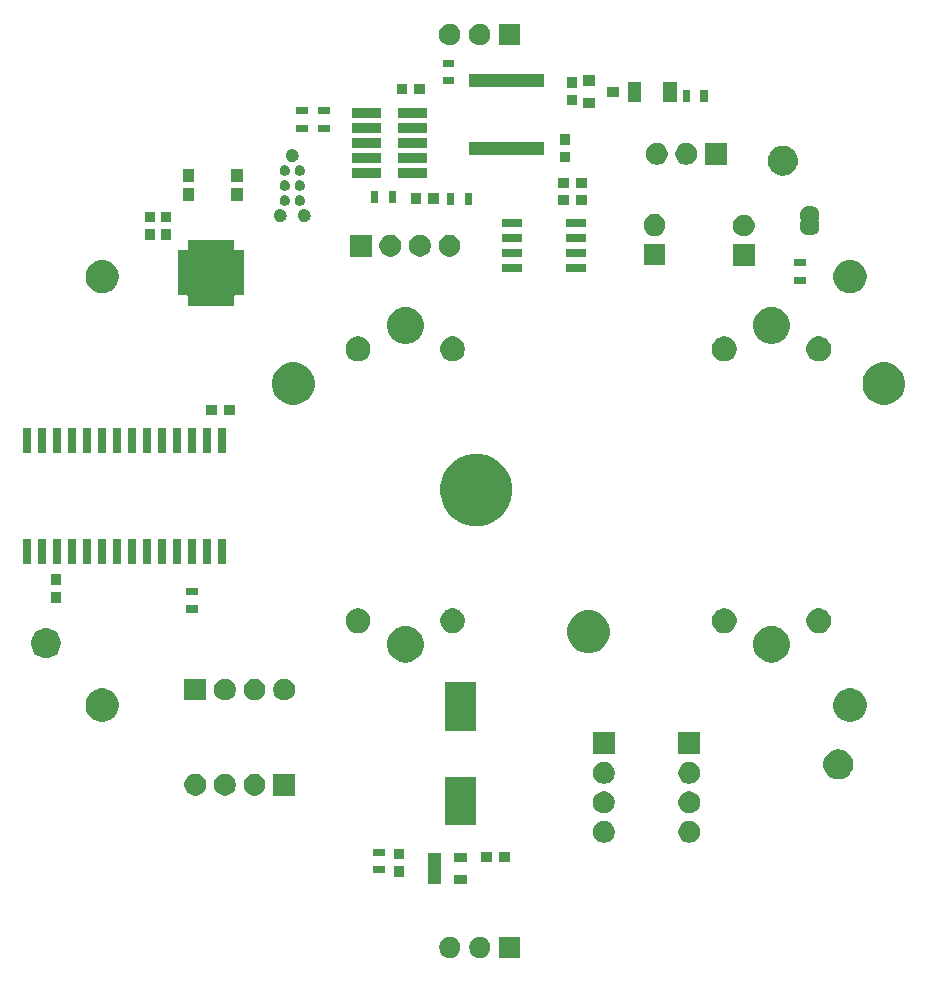
<source format=gbr>
G04 #@! TF.GenerationSoftware,KiCad,Pcbnew,(5.1.5)-3*
G04 #@! TF.CreationDate,2020-09-03T11:23:44+02:00*
G04 #@! TF.ProjectId,StepperClockK02,53746570-7065-4724-936c-6f636b4b3032,v1.5*
G04 #@! TF.SameCoordinates,Original*
G04 #@! TF.FileFunction,Soldermask,Top*
G04 #@! TF.FilePolarity,Negative*
%FSLAX46Y46*%
G04 Gerber Fmt 4.6, Leading zero omitted, Abs format (unit mm)*
G04 Created by KiCad (PCBNEW (5.1.5)-3) date 2020-09-03 11:23:44*
%MOMM*%
%LPD*%
G04 APERTURE LIST*
%ADD10C,0.100000*%
G04 APERTURE END LIST*
D10*
G36*
X104278800Y-182451740D02*
G01*
X102476800Y-182451740D01*
X102476800Y-180649740D01*
X104278800Y-180649740D01*
X104278800Y-182451740D01*
G37*
G36*
X100951312Y-180654667D02*
G01*
X101100612Y-180684364D01*
X101264584Y-180752284D01*
X101412154Y-180850887D01*
X101537653Y-180976386D01*
X101636256Y-181123956D01*
X101704176Y-181287928D01*
X101738800Y-181461999D01*
X101738800Y-181639481D01*
X101704176Y-181813552D01*
X101636256Y-181977524D01*
X101537653Y-182125094D01*
X101412154Y-182250593D01*
X101264584Y-182349196D01*
X101100612Y-182417116D01*
X100951312Y-182446813D01*
X100926542Y-182451740D01*
X100749058Y-182451740D01*
X100724288Y-182446813D01*
X100574988Y-182417116D01*
X100411016Y-182349196D01*
X100263446Y-182250593D01*
X100137947Y-182125094D01*
X100039344Y-181977524D01*
X99971424Y-181813552D01*
X99936800Y-181639481D01*
X99936800Y-181461999D01*
X99971424Y-181287928D01*
X100039344Y-181123956D01*
X100137947Y-180976386D01*
X100263446Y-180850887D01*
X100411016Y-180752284D01*
X100574988Y-180684364D01*
X100724288Y-180654667D01*
X100749058Y-180649740D01*
X100926542Y-180649740D01*
X100951312Y-180654667D01*
G37*
G36*
X98411312Y-180654667D02*
G01*
X98560612Y-180684364D01*
X98724584Y-180752284D01*
X98872154Y-180850887D01*
X98997653Y-180976386D01*
X99096256Y-181123956D01*
X99164176Y-181287928D01*
X99198800Y-181461999D01*
X99198800Y-181639481D01*
X99164176Y-181813552D01*
X99096256Y-181977524D01*
X98997653Y-182125094D01*
X98872154Y-182250593D01*
X98724584Y-182349196D01*
X98560612Y-182417116D01*
X98411312Y-182446813D01*
X98386542Y-182451740D01*
X98209058Y-182451740D01*
X98184288Y-182446813D01*
X98034988Y-182417116D01*
X97871016Y-182349196D01*
X97723446Y-182250593D01*
X97597947Y-182125094D01*
X97499344Y-181977524D01*
X97431424Y-181813552D01*
X97396800Y-181639481D01*
X97396800Y-181461999D01*
X97431424Y-181287928D01*
X97499344Y-181123956D01*
X97597947Y-180976386D01*
X97723446Y-180850887D01*
X97871016Y-180752284D01*
X98034988Y-180684364D01*
X98184288Y-180654667D01*
X98209058Y-180649740D01*
X98386542Y-180649740D01*
X98411312Y-180654667D01*
G37*
G36*
X97586800Y-176216740D02*
G01*
X96424800Y-176216740D01*
X96424800Y-173564740D01*
X97586800Y-173564740D01*
X97586800Y-176216740D01*
G37*
G36*
X99786800Y-176216740D02*
G01*
X98624800Y-176216740D01*
X98624800Y-175464740D01*
X99786800Y-175464740D01*
X99786800Y-176216740D01*
G37*
G36*
X94401800Y-175591740D02*
G01*
X93549800Y-175591740D01*
X93549800Y-174689740D01*
X94401800Y-174689740D01*
X94401800Y-175591740D01*
G37*
G36*
X92786800Y-175291740D02*
G01*
X91784800Y-175291740D01*
X91784800Y-174689740D01*
X92786800Y-174689740D01*
X92786800Y-175291740D01*
G37*
G36*
X101876800Y-174336740D02*
G01*
X100974800Y-174336740D01*
X100974800Y-173484740D01*
X101876800Y-173484740D01*
X101876800Y-174336740D01*
G37*
G36*
X103376800Y-174336740D02*
G01*
X102474800Y-174336740D01*
X102474800Y-173484740D01*
X103376800Y-173484740D01*
X103376800Y-174336740D01*
G37*
G36*
X99786800Y-174316740D02*
G01*
X98624800Y-174316740D01*
X98624800Y-173564740D01*
X99786800Y-173564740D01*
X99786800Y-174316740D01*
G37*
G36*
X94401800Y-174091740D02*
G01*
X93549800Y-174091740D01*
X93549800Y-173189740D01*
X94401800Y-173189740D01*
X94401800Y-174091740D01*
G37*
G36*
X92786800Y-173791740D02*
G01*
X91784800Y-173791740D01*
X91784800Y-173189740D01*
X92786800Y-173189740D01*
X92786800Y-173791740D01*
G37*
G36*
X118845904Y-170880325D02*
G01*
X119014426Y-170950129D01*
X119166091Y-171051468D01*
X119295072Y-171180449D01*
X119396411Y-171332114D01*
X119466215Y-171500636D01*
X119501800Y-171679537D01*
X119501800Y-171861943D01*
X119466215Y-172040844D01*
X119396411Y-172209366D01*
X119295072Y-172361031D01*
X119166091Y-172490012D01*
X119014426Y-172591351D01*
X118845904Y-172661155D01*
X118667003Y-172696740D01*
X118484597Y-172696740D01*
X118305696Y-172661155D01*
X118137174Y-172591351D01*
X117985509Y-172490012D01*
X117856528Y-172361031D01*
X117755189Y-172209366D01*
X117685385Y-172040844D01*
X117649800Y-171861943D01*
X117649800Y-171679537D01*
X117685385Y-171500636D01*
X117755189Y-171332114D01*
X117856528Y-171180449D01*
X117985509Y-171051468D01*
X118137174Y-170950129D01*
X118305696Y-170880325D01*
X118484597Y-170844740D01*
X118667003Y-170844740D01*
X118845904Y-170880325D01*
G37*
G36*
X111615904Y-170880325D02*
G01*
X111784426Y-170950129D01*
X111936091Y-171051468D01*
X112065072Y-171180449D01*
X112166411Y-171332114D01*
X112236215Y-171500636D01*
X112271800Y-171679537D01*
X112271800Y-171861943D01*
X112236215Y-172040844D01*
X112166411Y-172209366D01*
X112065072Y-172361031D01*
X111936091Y-172490012D01*
X111784426Y-172591351D01*
X111615904Y-172661155D01*
X111437003Y-172696740D01*
X111254597Y-172696740D01*
X111075696Y-172661155D01*
X110907174Y-172591351D01*
X110755509Y-172490012D01*
X110626528Y-172361031D01*
X110525189Y-172209366D01*
X110455385Y-172040844D01*
X110419800Y-171861943D01*
X110419800Y-171679537D01*
X110455385Y-171500636D01*
X110525189Y-171332114D01*
X110626528Y-171180449D01*
X110755509Y-171051468D01*
X110907174Y-170950129D01*
X111075696Y-170880325D01*
X111254597Y-170844740D01*
X111437003Y-170844740D01*
X111615904Y-170880325D01*
G37*
G36*
X100496800Y-171211740D02*
G01*
X97894800Y-171211740D01*
X97894800Y-167109740D01*
X100496800Y-167109740D01*
X100496800Y-171211740D01*
G37*
G36*
X111615904Y-168380325D02*
G01*
X111784426Y-168450129D01*
X111936091Y-168551468D01*
X112065072Y-168680449D01*
X112166411Y-168832114D01*
X112236215Y-169000636D01*
X112271800Y-169179537D01*
X112271800Y-169361943D01*
X112236215Y-169540844D01*
X112166411Y-169709366D01*
X112065072Y-169861031D01*
X111936091Y-169990012D01*
X111784426Y-170091351D01*
X111615904Y-170161155D01*
X111437003Y-170196740D01*
X111254597Y-170196740D01*
X111075696Y-170161155D01*
X110907174Y-170091351D01*
X110755509Y-169990012D01*
X110626528Y-169861031D01*
X110525189Y-169709366D01*
X110455385Y-169540844D01*
X110419800Y-169361943D01*
X110419800Y-169179537D01*
X110455385Y-169000636D01*
X110525189Y-168832114D01*
X110626528Y-168680449D01*
X110755509Y-168551468D01*
X110907174Y-168450129D01*
X111075696Y-168380325D01*
X111254597Y-168344740D01*
X111437003Y-168344740D01*
X111615904Y-168380325D01*
G37*
G36*
X118845904Y-168380325D02*
G01*
X119014426Y-168450129D01*
X119166091Y-168551468D01*
X119295072Y-168680449D01*
X119396411Y-168832114D01*
X119466215Y-169000636D01*
X119501800Y-169179537D01*
X119501800Y-169361943D01*
X119466215Y-169540844D01*
X119396411Y-169709366D01*
X119295072Y-169861031D01*
X119166091Y-169990012D01*
X119014426Y-170091351D01*
X118845904Y-170161155D01*
X118667003Y-170196740D01*
X118484597Y-170196740D01*
X118305696Y-170161155D01*
X118137174Y-170091351D01*
X117985509Y-169990012D01*
X117856528Y-169861031D01*
X117755189Y-169709366D01*
X117685385Y-169540844D01*
X117649800Y-169361943D01*
X117649800Y-169179537D01*
X117685385Y-169000636D01*
X117755189Y-168832114D01*
X117856528Y-168680449D01*
X117985509Y-168551468D01*
X118137174Y-168450129D01*
X118305696Y-168380325D01*
X118484597Y-168344740D01*
X118667003Y-168344740D01*
X118845904Y-168380325D01*
G37*
G36*
X82035904Y-166880325D02*
G01*
X82204426Y-166950129D01*
X82356091Y-167051468D01*
X82485072Y-167180449D01*
X82586411Y-167332114D01*
X82656215Y-167500636D01*
X82691800Y-167679537D01*
X82691800Y-167861943D01*
X82656215Y-168040844D01*
X82586411Y-168209366D01*
X82485072Y-168361031D01*
X82356091Y-168490012D01*
X82204426Y-168591351D01*
X82035904Y-168661155D01*
X81857003Y-168696740D01*
X81674597Y-168696740D01*
X81495696Y-168661155D01*
X81327174Y-168591351D01*
X81175509Y-168490012D01*
X81046528Y-168361031D01*
X80945189Y-168209366D01*
X80875385Y-168040844D01*
X80839800Y-167861943D01*
X80839800Y-167679537D01*
X80875385Y-167500636D01*
X80945189Y-167332114D01*
X81046528Y-167180449D01*
X81175509Y-167051468D01*
X81327174Y-166950129D01*
X81495696Y-166880325D01*
X81674597Y-166844740D01*
X81857003Y-166844740D01*
X82035904Y-166880325D01*
G37*
G36*
X79535904Y-166880325D02*
G01*
X79704426Y-166950129D01*
X79856091Y-167051468D01*
X79985072Y-167180449D01*
X80086411Y-167332114D01*
X80156215Y-167500636D01*
X80191800Y-167679537D01*
X80191800Y-167861943D01*
X80156215Y-168040844D01*
X80086411Y-168209366D01*
X79985072Y-168361031D01*
X79856091Y-168490012D01*
X79704426Y-168591351D01*
X79535904Y-168661155D01*
X79357003Y-168696740D01*
X79174597Y-168696740D01*
X78995696Y-168661155D01*
X78827174Y-168591351D01*
X78675509Y-168490012D01*
X78546528Y-168361031D01*
X78445189Y-168209366D01*
X78375385Y-168040844D01*
X78339800Y-167861943D01*
X78339800Y-167679537D01*
X78375385Y-167500636D01*
X78445189Y-167332114D01*
X78546528Y-167180449D01*
X78675509Y-167051468D01*
X78827174Y-166950129D01*
X78995696Y-166880325D01*
X79174597Y-166844740D01*
X79357003Y-166844740D01*
X79535904Y-166880325D01*
G37*
G36*
X77035904Y-166880325D02*
G01*
X77204426Y-166950129D01*
X77356091Y-167051468D01*
X77485072Y-167180449D01*
X77586411Y-167332114D01*
X77656215Y-167500636D01*
X77691800Y-167679537D01*
X77691800Y-167861943D01*
X77656215Y-168040844D01*
X77586411Y-168209366D01*
X77485072Y-168361031D01*
X77356091Y-168490012D01*
X77204426Y-168591351D01*
X77035904Y-168661155D01*
X76857003Y-168696740D01*
X76674597Y-168696740D01*
X76495696Y-168661155D01*
X76327174Y-168591351D01*
X76175509Y-168490012D01*
X76046528Y-168361031D01*
X75945189Y-168209366D01*
X75875385Y-168040844D01*
X75839800Y-167861943D01*
X75839800Y-167679537D01*
X75875385Y-167500636D01*
X75945189Y-167332114D01*
X76046528Y-167180449D01*
X76175509Y-167051468D01*
X76327174Y-166950129D01*
X76495696Y-166880325D01*
X76674597Y-166844740D01*
X76857003Y-166844740D01*
X77035904Y-166880325D01*
G37*
G36*
X85191800Y-168696740D02*
G01*
X83339800Y-168696740D01*
X83339800Y-166844740D01*
X85191800Y-166844740D01*
X85191800Y-168696740D01*
G37*
G36*
X118845904Y-165880325D02*
G01*
X119014426Y-165950129D01*
X119166091Y-166051468D01*
X119295072Y-166180449D01*
X119396411Y-166332114D01*
X119466215Y-166500636D01*
X119501800Y-166679537D01*
X119501800Y-166861943D01*
X119466215Y-167040844D01*
X119396411Y-167209366D01*
X119295072Y-167361031D01*
X119166091Y-167490012D01*
X119014426Y-167591351D01*
X118845904Y-167661155D01*
X118667003Y-167696740D01*
X118484597Y-167696740D01*
X118305696Y-167661155D01*
X118137174Y-167591351D01*
X117985509Y-167490012D01*
X117856528Y-167361031D01*
X117755189Y-167209366D01*
X117685385Y-167040844D01*
X117649800Y-166861943D01*
X117649800Y-166679537D01*
X117685385Y-166500636D01*
X117755189Y-166332114D01*
X117856528Y-166180449D01*
X117985509Y-166051468D01*
X118137174Y-165950129D01*
X118305696Y-165880325D01*
X118484597Y-165844740D01*
X118667003Y-165844740D01*
X118845904Y-165880325D01*
G37*
G36*
X111615904Y-165880325D02*
G01*
X111784426Y-165950129D01*
X111936091Y-166051468D01*
X112065072Y-166180449D01*
X112166411Y-166332114D01*
X112236215Y-166500636D01*
X112271800Y-166679537D01*
X112271800Y-166861943D01*
X112236215Y-167040844D01*
X112166411Y-167209366D01*
X112065072Y-167361031D01*
X111936091Y-167490012D01*
X111784426Y-167591351D01*
X111615904Y-167661155D01*
X111437003Y-167696740D01*
X111254597Y-167696740D01*
X111075696Y-167661155D01*
X110907174Y-167591351D01*
X110755509Y-167490012D01*
X110626528Y-167361031D01*
X110525189Y-167209366D01*
X110455385Y-167040844D01*
X110419800Y-166861943D01*
X110419800Y-166679537D01*
X110455385Y-166500636D01*
X110525189Y-166332114D01*
X110626528Y-166180449D01*
X110755509Y-166051468D01*
X110907174Y-165950129D01*
X111075696Y-165880325D01*
X111254597Y-165844740D01*
X111437003Y-165844740D01*
X111615904Y-165880325D01*
G37*
G36*
X131433564Y-164805142D02*
G01*
X131556245Y-164829545D01*
X131787371Y-164925281D01*
X131892079Y-164995245D01*
X131995377Y-165064266D01*
X132172274Y-165241163D01*
X132311260Y-165449171D01*
X132406995Y-165680296D01*
X132455800Y-165925655D01*
X132455800Y-166175825D01*
X132406995Y-166421184D01*
X132311260Y-166652309D01*
X132172274Y-166860317D01*
X131995377Y-167037214D01*
X131892079Y-167106235D01*
X131787371Y-167176199D01*
X131787370Y-167176200D01*
X131787369Y-167176200D01*
X131719675Y-167204240D01*
X131556245Y-167271935D01*
X131433565Y-167296337D01*
X131310885Y-167320740D01*
X131060715Y-167320740D01*
X130938035Y-167296337D01*
X130815355Y-167271935D01*
X130651925Y-167204240D01*
X130584231Y-167176200D01*
X130584230Y-167176200D01*
X130584229Y-167176199D01*
X130479521Y-167106235D01*
X130376223Y-167037214D01*
X130199326Y-166860317D01*
X130060340Y-166652309D01*
X129964605Y-166421184D01*
X129915800Y-166175825D01*
X129915800Y-165925655D01*
X129964605Y-165680296D01*
X130060340Y-165449171D01*
X130199326Y-165241163D01*
X130376223Y-165064266D01*
X130479521Y-164995245D01*
X130584229Y-164925281D01*
X130815355Y-164829545D01*
X130938036Y-164805142D01*
X131060715Y-164780740D01*
X131310885Y-164780740D01*
X131433564Y-164805142D01*
G37*
G36*
X119501800Y-165196740D02*
G01*
X117649800Y-165196740D01*
X117649800Y-163344740D01*
X119501800Y-163344740D01*
X119501800Y-165196740D01*
G37*
G36*
X112271800Y-165196740D02*
G01*
X110419800Y-165196740D01*
X110419800Y-163344740D01*
X112271800Y-163344740D01*
X112271800Y-165196740D01*
G37*
G36*
X100496800Y-163211740D02*
G01*
X97894800Y-163211740D01*
X97894800Y-159109740D01*
X100496800Y-159109740D01*
X100496800Y-163211740D01*
G37*
G36*
X132504233Y-159665633D02*
G01*
X132594457Y-159683579D01*
X132700067Y-159727325D01*
X132849421Y-159789189D01*
X132925563Y-159840065D01*
X133078886Y-159942512D01*
X133274028Y-160137654D01*
X133288535Y-160159366D01*
X133427351Y-160367119D01*
X133457544Y-160440011D01*
X133532961Y-160622083D01*
X133550907Y-160712307D01*
X133586800Y-160892752D01*
X133586800Y-161168728D01*
X133532961Y-161439396D01*
X133427351Y-161694361D01*
X133427350Y-161694362D01*
X133274028Y-161923826D01*
X133078886Y-162118968D01*
X132925563Y-162221415D01*
X132849421Y-162272291D01*
X132700067Y-162334155D01*
X132594457Y-162377901D01*
X132504233Y-162395847D01*
X132323788Y-162431740D01*
X132047812Y-162431740D01*
X131867367Y-162395847D01*
X131777143Y-162377901D01*
X131671533Y-162334155D01*
X131522179Y-162272291D01*
X131446037Y-162221415D01*
X131292714Y-162118968D01*
X131097572Y-161923826D01*
X130944250Y-161694362D01*
X130944249Y-161694361D01*
X130838639Y-161439396D01*
X130784800Y-161168728D01*
X130784800Y-160892752D01*
X130820693Y-160712307D01*
X130838639Y-160622083D01*
X130914056Y-160440011D01*
X130944249Y-160367119D01*
X131083065Y-160159366D01*
X131097572Y-160137654D01*
X131292714Y-159942512D01*
X131446037Y-159840065D01*
X131522179Y-159789189D01*
X131671533Y-159727325D01*
X131777143Y-159683579D01*
X131867367Y-159665633D01*
X132047812Y-159629740D01*
X132323788Y-159629740D01*
X132504233Y-159665633D01*
G37*
G36*
X69184233Y-159665633D02*
G01*
X69274457Y-159683579D01*
X69380067Y-159727325D01*
X69529421Y-159789189D01*
X69605563Y-159840065D01*
X69758886Y-159942512D01*
X69954028Y-160137654D01*
X69968535Y-160159366D01*
X70107351Y-160367119D01*
X70137544Y-160440011D01*
X70212961Y-160622083D01*
X70230907Y-160712307D01*
X70266800Y-160892752D01*
X70266800Y-161168728D01*
X70212961Y-161439396D01*
X70107351Y-161694361D01*
X70107350Y-161694362D01*
X69954028Y-161923826D01*
X69758886Y-162118968D01*
X69605563Y-162221415D01*
X69529421Y-162272291D01*
X69380067Y-162334155D01*
X69274457Y-162377901D01*
X69184233Y-162395847D01*
X69003788Y-162431740D01*
X68727812Y-162431740D01*
X68547367Y-162395847D01*
X68457143Y-162377901D01*
X68351533Y-162334155D01*
X68202179Y-162272291D01*
X68126037Y-162221415D01*
X67972714Y-162118968D01*
X67777572Y-161923826D01*
X67624250Y-161694362D01*
X67624249Y-161694361D01*
X67518639Y-161439396D01*
X67464800Y-161168728D01*
X67464800Y-160892752D01*
X67500693Y-160712307D01*
X67518639Y-160622083D01*
X67594056Y-160440011D01*
X67624249Y-160367119D01*
X67763065Y-160159366D01*
X67777572Y-160137654D01*
X67972714Y-159942512D01*
X68126037Y-159840065D01*
X68202179Y-159789189D01*
X68351533Y-159727325D01*
X68457143Y-159683579D01*
X68547367Y-159665633D01*
X68727812Y-159629740D01*
X69003788Y-159629740D01*
X69184233Y-159665633D01*
G37*
G36*
X77691800Y-160646740D02*
G01*
X75839800Y-160646740D01*
X75839800Y-158794740D01*
X77691800Y-158794740D01*
X77691800Y-160646740D01*
G37*
G36*
X84535904Y-158830325D02*
G01*
X84704426Y-158900129D01*
X84856091Y-159001468D01*
X84985072Y-159130449D01*
X85086411Y-159282114D01*
X85156215Y-159450636D01*
X85191800Y-159629537D01*
X85191800Y-159811943D01*
X85156215Y-159990844D01*
X85086411Y-160159366D01*
X84985072Y-160311031D01*
X84856091Y-160440012D01*
X84704426Y-160541351D01*
X84535904Y-160611155D01*
X84357003Y-160646740D01*
X84174597Y-160646740D01*
X83995696Y-160611155D01*
X83827174Y-160541351D01*
X83675509Y-160440012D01*
X83546528Y-160311031D01*
X83445189Y-160159366D01*
X83375385Y-159990844D01*
X83339800Y-159811943D01*
X83339800Y-159629537D01*
X83375385Y-159450636D01*
X83445189Y-159282114D01*
X83546528Y-159130449D01*
X83675509Y-159001468D01*
X83827174Y-158900129D01*
X83995696Y-158830325D01*
X84174597Y-158794740D01*
X84357003Y-158794740D01*
X84535904Y-158830325D01*
G37*
G36*
X82035904Y-158830325D02*
G01*
X82204426Y-158900129D01*
X82356091Y-159001468D01*
X82485072Y-159130449D01*
X82586411Y-159282114D01*
X82656215Y-159450636D01*
X82691800Y-159629537D01*
X82691800Y-159811943D01*
X82656215Y-159990844D01*
X82586411Y-160159366D01*
X82485072Y-160311031D01*
X82356091Y-160440012D01*
X82204426Y-160541351D01*
X82035904Y-160611155D01*
X81857003Y-160646740D01*
X81674597Y-160646740D01*
X81495696Y-160611155D01*
X81327174Y-160541351D01*
X81175509Y-160440012D01*
X81046528Y-160311031D01*
X80945189Y-160159366D01*
X80875385Y-159990844D01*
X80839800Y-159811943D01*
X80839800Y-159629537D01*
X80875385Y-159450636D01*
X80945189Y-159282114D01*
X81046528Y-159130449D01*
X81175509Y-159001468D01*
X81327174Y-158900129D01*
X81495696Y-158830325D01*
X81674597Y-158794740D01*
X81857003Y-158794740D01*
X82035904Y-158830325D01*
G37*
G36*
X79535904Y-158830325D02*
G01*
X79704426Y-158900129D01*
X79856091Y-159001468D01*
X79985072Y-159130449D01*
X80086411Y-159282114D01*
X80156215Y-159450636D01*
X80191800Y-159629537D01*
X80191800Y-159811943D01*
X80156215Y-159990844D01*
X80086411Y-160159366D01*
X79985072Y-160311031D01*
X79856091Y-160440012D01*
X79704426Y-160541351D01*
X79535904Y-160611155D01*
X79357003Y-160646740D01*
X79174597Y-160646740D01*
X78995696Y-160611155D01*
X78827174Y-160541351D01*
X78675509Y-160440012D01*
X78546528Y-160311031D01*
X78445189Y-160159366D01*
X78375385Y-159990844D01*
X78339800Y-159811943D01*
X78339800Y-159629537D01*
X78375385Y-159450636D01*
X78445189Y-159282114D01*
X78546528Y-159130449D01*
X78675509Y-159001468D01*
X78827174Y-158900129D01*
X78995696Y-158830325D01*
X79174597Y-158794740D01*
X79357003Y-158794740D01*
X79535904Y-158830325D01*
G37*
G36*
X125838385Y-154359542D02*
G01*
X125988210Y-154389344D01*
X126270474Y-154506261D01*
X126524505Y-154675999D01*
X126740541Y-154892035D01*
X126910279Y-155146066D01*
X127027196Y-155428330D01*
X127086800Y-155727980D01*
X127086800Y-156033500D01*
X127027196Y-156333150D01*
X126910279Y-156615414D01*
X126740541Y-156869445D01*
X126524505Y-157085481D01*
X126270474Y-157255219D01*
X125988210Y-157372136D01*
X125838385Y-157401938D01*
X125688561Y-157431740D01*
X125383039Y-157431740D01*
X125233215Y-157401938D01*
X125083390Y-157372136D01*
X124801126Y-157255219D01*
X124547095Y-157085481D01*
X124331059Y-156869445D01*
X124161321Y-156615414D01*
X124044404Y-156333150D01*
X123984800Y-156033500D01*
X123984800Y-155727980D01*
X124044404Y-155428330D01*
X124161321Y-155146066D01*
X124331059Y-154892035D01*
X124547095Y-154675999D01*
X124801126Y-154506261D01*
X125083390Y-154389344D01*
X125233215Y-154359542D01*
X125383039Y-154329740D01*
X125688561Y-154329740D01*
X125838385Y-154359542D01*
G37*
G36*
X94838385Y-154359542D02*
G01*
X94988210Y-154389344D01*
X95270474Y-154506261D01*
X95524505Y-154675999D01*
X95740541Y-154892035D01*
X95910279Y-155146066D01*
X96027196Y-155428330D01*
X96086800Y-155727980D01*
X96086800Y-156033500D01*
X96027196Y-156333150D01*
X95910279Y-156615414D01*
X95740541Y-156869445D01*
X95524505Y-157085481D01*
X95270474Y-157255219D01*
X94988210Y-157372136D01*
X94838385Y-157401938D01*
X94688561Y-157431740D01*
X94383039Y-157431740D01*
X94233215Y-157401938D01*
X94083390Y-157372136D01*
X93801126Y-157255219D01*
X93547095Y-157085481D01*
X93331059Y-156869445D01*
X93161321Y-156615414D01*
X93044404Y-156333150D01*
X92984800Y-156033500D01*
X92984800Y-155727980D01*
X93044404Y-155428330D01*
X93161321Y-155146066D01*
X93331059Y-154892035D01*
X93547095Y-154675999D01*
X93801126Y-154506261D01*
X94083390Y-154389344D01*
X94233215Y-154359542D01*
X94383039Y-154329740D01*
X94688561Y-154329740D01*
X94838385Y-154359542D01*
G37*
G36*
X64363564Y-154535142D02*
G01*
X64486245Y-154559545D01*
X64717371Y-154655281D01*
X64748379Y-154676000D01*
X64925377Y-154794266D01*
X65102274Y-154971163D01*
X65171295Y-155074461D01*
X65241259Y-155179169D01*
X65336995Y-155410295D01*
X65385800Y-155655656D01*
X65385800Y-155905824D01*
X65336995Y-156151185D01*
X65241259Y-156382311D01*
X65102273Y-156590318D01*
X64925378Y-156767213D01*
X64717371Y-156906199D01*
X64486245Y-157001935D01*
X64363565Y-157026337D01*
X64240885Y-157050740D01*
X63990715Y-157050740D01*
X63868035Y-157026337D01*
X63745355Y-157001935D01*
X63514229Y-156906199D01*
X63306222Y-156767213D01*
X63129327Y-156590318D01*
X62990341Y-156382311D01*
X62894605Y-156151185D01*
X62845800Y-155905824D01*
X62845800Y-155655656D01*
X62894605Y-155410295D01*
X62990341Y-155179169D01*
X63060305Y-155074461D01*
X63129326Y-154971163D01*
X63306223Y-154794266D01*
X63483221Y-154676000D01*
X63514229Y-154655281D01*
X63745355Y-154559545D01*
X63868036Y-154535142D01*
X63990715Y-154510740D01*
X64240885Y-154510740D01*
X64363564Y-154535142D01*
G37*
G36*
X110571131Y-153088951D02*
G01*
X110898892Y-153224714D01*
X111193870Y-153421812D01*
X111444728Y-153672670D01*
X111641826Y-153967648D01*
X111777589Y-154295409D01*
X111846800Y-154643356D01*
X111846800Y-154998124D01*
X111777589Y-155346071D01*
X111641826Y-155673832D01*
X111444728Y-155968810D01*
X111193870Y-156219668D01*
X110898892Y-156416766D01*
X110571131Y-156552529D01*
X110223184Y-156621740D01*
X109868416Y-156621740D01*
X109520469Y-156552529D01*
X109192708Y-156416766D01*
X108897730Y-156219668D01*
X108646872Y-155968810D01*
X108449774Y-155673832D01*
X108314011Y-155346071D01*
X108244800Y-154998124D01*
X108244800Y-154643356D01*
X108314011Y-154295409D01*
X108449774Y-153967648D01*
X108646872Y-153672670D01*
X108897730Y-153421812D01*
X109192708Y-153224714D01*
X109520469Y-153088951D01*
X109868416Y-153019740D01*
X110223184Y-153019740D01*
X110571131Y-153088951D01*
G37*
G36*
X129842364Y-152870129D02*
G01*
X130033633Y-152949355D01*
X130033635Y-152949356D01*
X130138972Y-153019740D01*
X130205773Y-153064375D01*
X130352165Y-153210767D01*
X130467185Y-153382907D01*
X130546411Y-153574176D01*
X130586800Y-153777224D01*
X130586800Y-153984256D01*
X130546411Y-154187304D01*
X130487412Y-154329740D01*
X130467184Y-154378575D01*
X130352165Y-154550713D01*
X130205773Y-154697105D01*
X130033635Y-154812124D01*
X130033634Y-154812125D01*
X130033633Y-154812125D01*
X129842364Y-154891351D01*
X129639316Y-154931740D01*
X129432284Y-154931740D01*
X129229236Y-154891351D01*
X129037967Y-154812125D01*
X129037966Y-154812125D01*
X129037965Y-154812124D01*
X128865827Y-154697105D01*
X128719435Y-154550713D01*
X128604416Y-154378575D01*
X128584188Y-154329740D01*
X128525189Y-154187304D01*
X128484800Y-153984256D01*
X128484800Y-153777224D01*
X128525189Y-153574176D01*
X128604415Y-153382907D01*
X128719435Y-153210767D01*
X128865827Y-153064375D01*
X128932628Y-153019740D01*
X129037965Y-152949356D01*
X129037967Y-152949355D01*
X129229236Y-152870129D01*
X129432284Y-152829740D01*
X129639316Y-152829740D01*
X129842364Y-152870129D01*
G37*
G36*
X121842364Y-152870129D02*
G01*
X122033633Y-152949355D01*
X122033635Y-152949356D01*
X122138972Y-153019740D01*
X122205773Y-153064375D01*
X122352165Y-153210767D01*
X122467185Y-153382907D01*
X122546411Y-153574176D01*
X122586800Y-153777224D01*
X122586800Y-153984256D01*
X122546411Y-154187304D01*
X122487412Y-154329740D01*
X122467184Y-154378575D01*
X122352165Y-154550713D01*
X122205773Y-154697105D01*
X122033635Y-154812124D01*
X122033634Y-154812125D01*
X122033633Y-154812125D01*
X121842364Y-154891351D01*
X121639316Y-154931740D01*
X121432284Y-154931740D01*
X121229236Y-154891351D01*
X121037967Y-154812125D01*
X121037966Y-154812125D01*
X121037965Y-154812124D01*
X120865827Y-154697105D01*
X120719435Y-154550713D01*
X120604416Y-154378575D01*
X120584188Y-154329740D01*
X120525189Y-154187304D01*
X120484800Y-153984256D01*
X120484800Y-153777224D01*
X120525189Y-153574176D01*
X120604415Y-153382907D01*
X120719435Y-153210767D01*
X120865827Y-153064375D01*
X120932628Y-153019740D01*
X121037965Y-152949356D01*
X121037967Y-152949355D01*
X121229236Y-152870129D01*
X121432284Y-152829740D01*
X121639316Y-152829740D01*
X121842364Y-152870129D01*
G37*
G36*
X98842364Y-152870129D02*
G01*
X99033633Y-152949355D01*
X99033635Y-152949356D01*
X99138972Y-153019740D01*
X99205773Y-153064375D01*
X99352165Y-153210767D01*
X99467185Y-153382907D01*
X99546411Y-153574176D01*
X99586800Y-153777224D01*
X99586800Y-153984256D01*
X99546411Y-154187304D01*
X99487412Y-154329740D01*
X99467184Y-154378575D01*
X99352165Y-154550713D01*
X99205773Y-154697105D01*
X99033635Y-154812124D01*
X99033634Y-154812125D01*
X99033633Y-154812125D01*
X98842364Y-154891351D01*
X98639316Y-154931740D01*
X98432284Y-154931740D01*
X98229236Y-154891351D01*
X98037967Y-154812125D01*
X98037966Y-154812125D01*
X98037965Y-154812124D01*
X97865827Y-154697105D01*
X97719435Y-154550713D01*
X97604416Y-154378575D01*
X97584188Y-154329740D01*
X97525189Y-154187304D01*
X97484800Y-153984256D01*
X97484800Y-153777224D01*
X97525189Y-153574176D01*
X97604415Y-153382907D01*
X97719435Y-153210767D01*
X97865827Y-153064375D01*
X97932628Y-153019740D01*
X98037965Y-152949356D01*
X98037967Y-152949355D01*
X98229236Y-152870129D01*
X98432284Y-152829740D01*
X98639316Y-152829740D01*
X98842364Y-152870129D01*
G37*
G36*
X90842364Y-152870129D02*
G01*
X91033633Y-152949355D01*
X91033635Y-152949356D01*
X91138972Y-153019740D01*
X91205773Y-153064375D01*
X91352165Y-153210767D01*
X91467185Y-153382907D01*
X91546411Y-153574176D01*
X91586800Y-153777224D01*
X91586800Y-153984256D01*
X91546411Y-154187304D01*
X91487412Y-154329740D01*
X91467184Y-154378575D01*
X91352165Y-154550713D01*
X91205773Y-154697105D01*
X91033635Y-154812124D01*
X91033634Y-154812125D01*
X91033633Y-154812125D01*
X90842364Y-154891351D01*
X90639316Y-154931740D01*
X90432284Y-154931740D01*
X90229236Y-154891351D01*
X90037967Y-154812125D01*
X90037966Y-154812125D01*
X90037965Y-154812124D01*
X89865827Y-154697105D01*
X89719435Y-154550713D01*
X89604416Y-154378575D01*
X89584188Y-154329740D01*
X89525189Y-154187304D01*
X89484800Y-153984256D01*
X89484800Y-153777224D01*
X89525189Y-153574176D01*
X89604415Y-153382907D01*
X89719435Y-153210767D01*
X89865827Y-153064375D01*
X89932628Y-153019740D01*
X90037965Y-152949356D01*
X90037967Y-152949355D01*
X90229236Y-152870129D01*
X90432284Y-152829740D01*
X90639316Y-152829740D01*
X90842364Y-152870129D01*
G37*
G36*
X76946800Y-153201740D02*
G01*
X75944800Y-153201740D01*
X75944800Y-152599740D01*
X76946800Y-152599740D01*
X76946800Y-153201740D01*
G37*
G36*
X65351800Y-152361740D02*
G01*
X64499800Y-152361740D01*
X64499800Y-151459740D01*
X65351800Y-151459740D01*
X65351800Y-152361740D01*
G37*
G36*
X76946800Y-151701740D02*
G01*
X75944800Y-151701740D01*
X75944800Y-151099740D01*
X76946800Y-151099740D01*
X76946800Y-151701740D01*
G37*
G36*
X65351800Y-150861740D02*
G01*
X64499800Y-150861740D01*
X64499800Y-149959740D01*
X65351800Y-149959740D01*
X65351800Y-150861740D01*
G37*
G36*
X78081800Y-149111740D02*
G01*
X77379800Y-149111740D01*
X77379800Y-147009740D01*
X78081800Y-147009740D01*
X78081800Y-149111740D01*
G37*
G36*
X79351800Y-149111740D02*
G01*
X78649800Y-149111740D01*
X78649800Y-147009740D01*
X79351800Y-147009740D01*
X79351800Y-149111740D01*
G37*
G36*
X65381800Y-149111740D02*
G01*
X64679800Y-149111740D01*
X64679800Y-147009740D01*
X65381800Y-147009740D01*
X65381800Y-149111740D01*
G37*
G36*
X64111800Y-149111740D02*
G01*
X63409800Y-149111740D01*
X63409800Y-147009740D01*
X64111800Y-147009740D01*
X64111800Y-149111740D01*
G37*
G36*
X66651800Y-149111740D02*
G01*
X65949800Y-149111740D01*
X65949800Y-147009740D01*
X66651800Y-147009740D01*
X66651800Y-149111740D01*
G37*
G36*
X67921800Y-149111740D02*
G01*
X67219800Y-149111740D01*
X67219800Y-147009740D01*
X67921800Y-147009740D01*
X67921800Y-149111740D01*
G37*
G36*
X69191800Y-149111740D02*
G01*
X68489800Y-149111740D01*
X68489800Y-147009740D01*
X69191800Y-147009740D01*
X69191800Y-149111740D01*
G37*
G36*
X70461800Y-149111740D02*
G01*
X69759800Y-149111740D01*
X69759800Y-147009740D01*
X70461800Y-147009740D01*
X70461800Y-149111740D01*
G37*
G36*
X71731800Y-149111740D02*
G01*
X71029800Y-149111740D01*
X71029800Y-147009740D01*
X71731800Y-147009740D01*
X71731800Y-149111740D01*
G37*
G36*
X73001800Y-149111740D02*
G01*
X72299800Y-149111740D01*
X72299800Y-147009740D01*
X73001800Y-147009740D01*
X73001800Y-149111740D01*
G37*
G36*
X74271800Y-149111740D02*
G01*
X73569800Y-149111740D01*
X73569800Y-147009740D01*
X74271800Y-147009740D01*
X74271800Y-149111740D01*
G37*
G36*
X75541800Y-149111740D02*
G01*
X74839800Y-149111740D01*
X74839800Y-147009740D01*
X75541800Y-147009740D01*
X75541800Y-149111740D01*
G37*
G36*
X76811800Y-149111740D02*
G01*
X76109800Y-149111740D01*
X76109800Y-147009740D01*
X76811800Y-147009740D01*
X76811800Y-149111740D01*
G37*
G36*
X62841800Y-149111740D02*
G01*
X62139800Y-149111740D01*
X62139800Y-147009740D01*
X62841800Y-147009740D01*
X62841800Y-149111740D01*
G37*
G36*
X101425743Y-139886988D02*
G01*
X101980989Y-140116978D01*
X101980990Y-140116979D01*
X102480699Y-140450874D01*
X102905666Y-140875841D01*
X102905667Y-140875843D01*
X103239562Y-141375551D01*
X103469552Y-141930797D01*
X103586800Y-142520241D01*
X103586800Y-143121239D01*
X103469552Y-143710683D01*
X103239562Y-144265929D01*
X103239561Y-144265930D01*
X102905666Y-144765639D01*
X102480699Y-145190606D01*
X102229147Y-145358688D01*
X101980989Y-145524502D01*
X101425743Y-145754492D01*
X100836299Y-145871740D01*
X100235301Y-145871740D01*
X99645857Y-145754492D01*
X99090611Y-145524502D01*
X98842453Y-145358688D01*
X98590901Y-145190606D01*
X98165934Y-144765639D01*
X97832039Y-144265930D01*
X97832038Y-144265929D01*
X97602048Y-143710683D01*
X97484800Y-143121239D01*
X97484800Y-142520241D01*
X97602048Y-141930797D01*
X97832038Y-141375551D01*
X98165933Y-140875843D01*
X98165934Y-140875841D01*
X98590901Y-140450874D01*
X99090610Y-140116979D01*
X99090611Y-140116978D01*
X99645857Y-139886988D01*
X100235301Y-139769740D01*
X100836299Y-139769740D01*
X101425743Y-139886988D01*
G37*
G36*
X64111800Y-139711740D02*
G01*
X63409800Y-139711740D01*
X63409800Y-137609740D01*
X64111800Y-137609740D01*
X64111800Y-139711740D01*
G37*
G36*
X62841800Y-139711740D02*
G01*
X62139800Y-139711740D01*
X62139800Y-137609740D01*
X62841800Y-137609740D01*
X62841800Y-139711740D01*
G37*
G36*
X66651800Y-139711740D02*
G01*
X65949800Y-139711740D01*
X65949800Y-137609740D01*
X66651800Y-137609740D01*
X66651800Y-139711740D01*
G37*
G36*
X67921800Y-139711740D02*
G01*
X67219800Y-139711740D01*
X67219800Y-137609740D01*
X67921800Y-137609740D01*
X67921800Y-139711740D01*
G37*
G36*
X69191800Y-139711740D02*
G01*
X68489800Y-139711740D01*
X68489800Y-137609740D01*
X69191800Y-137609740D01*
X69191800Y-139711740D01*
G37*
G36*
X74271800Y-139711740D02*
G01*
X73569800Y-139711740D01*
X73569800Y-137609740D01*
X74271800Y-137609740D01*
X74271800Y-139711740D01*
G37*
G36*
X70461800Y-139711740D02*
G01*
X69759800Y-139711740D01*
X69759800Y-137609740D01*
X70461800Y-137609740D01*
X70461800Y-139711740D01*
G37*
G36*
X73001800Y-139711740D02*
G01*
X72299800Y-139711740D01*
X72299800Y-137609740D01*
X73001800Y-137609740D01*
X73001800Y-139711740D01*
G37*
G36*
X75541800Y-139711740D02*
G01*
X74839800Y-139711740D01*
X74839800Y-137609740D01*
X75541800Y-137609740D01*
X75541800Y-139711740D01*
G37*
G36*
X76811800Y-139711740D02*
G01*
X76109800Y-139711740D01*
X76109800Y-137609740D01*
X76811800Y-137609740D01*
X76811800Y-139711740D01*
G37*
G36*
X78081800Y-139711740D02*
G01*
X77379800Y-139711740D01*
X77379800Y-137609740D01*
X78081800Y-137609740D01*
X78081800Y-139711740D01*
G37*
G36*
X79351800Y-139711740D02*
G01*
X78649800Y-139711740D01*
X78649800Y-137609740D01*
X79351800Y-137609740D01*
X79351800Y-139711740D01*
G37*
G36*
X65381800Y-139711740D02*
G01*
X64679800Y-139711740D01*
X64679800Y-137609740D01*
X65381800Y-137609740D01*
X65381800Y-139711740D01*
G37*
G36*
X71731800Y-139711740D02*
G01*
X71029800Y-139711740D01*
X71029800Y-137609740D01*
X71731800Y-137609740D01*
X71731800Y-139711740D01*
G37*
G36*
X80086800Y-136446740D02*
G01*
X79184800Y-136446740D01*
X79184800Y-135594740D01*
X80086800Y-135594740D01*
X80086800Y-136446740D01*
G37*
G36*
X78586800Y-136446740D02*
G01*
X77684800Y-136446740D01*
X77684800Y-135594740D01*
X78586800Y-135594740D01*
X78586800Y-136446740D01*
G37*
G36*
X135571131Y-132088951D02*
G01*
X135898892Y-132224714D01*
X136193870Y-132421812D01*
X136444728Y-132672670D01*
X136641826Y-132967648D01*
X136777589Y-133295409D01*
X136846800Y-133643356D01*
X136846800Y-133998124D01*
X136777589Y-134346071D01*
X136641826Y-134673832D01*
X136444728Y-134968810D01*
X136193870Y-135219668D01*
X135898892Y-135416766D01*
X135571131Y-135552529D01*
X135223184Y-135621740D01*
X134868416Y-135621740D01*
X134520469Y-135552529D01*
X134192708Y-135416766D01*
X133897730Y-135219668D01*
X133646872Y-134968810D01*
X133449774Y-134673832D01*
X133314011Y-134346071D01*
X133244800Y-133998124D01*
X133244800Y-133643356D01*
X133314011Y-133295409D01*
X133449774Y-132967648D01*
X133646872Y-132672670D01*
X133897730Y-132421812D01*
X134192708Y-132224714D01*
X134520469Y-132088951D01*
X134868416Y-132019740D01*
X135223184Y-132019740D01*
X135571131Y-132088951D01*
G37*
G36*
X85571131Y-132088951D02*
G01*
X85898892Y-132224714D01*
X86193870Y-132421812D01*
X86444728Y-132672670D01*
X86641826Y-132967648D01*
X86777589Y-133295409D01*
X86846800Y-133643356D01*
X86846800Y-133998124D01*
X86777589Y-134346071D01*
X86641826Y-134673832D01*
X86444728Y-134968810D01*
X86193870Y-135219668D01*
X85898892Y-135416766D01*
X85571131Y-135552529D01*
X85223184Y-135621740D01*
X84868416Y-135621740D01*
X84520469Y-135552529D01*
X84192708Y-135416766D01*
X83897730Y-135219668D01*
X83646872Y-134968810D01*
X83449774Y-134673832D01*
X83314011Y-134346071D01*
X83244800Y-133998124D01*
X83244800Y-133643356D01*
X83314011Y-133295409D01*
X83449774Y-132967648D01*
X83646872Y-132672670D01*
X83897730Y-132421812D01*
X84192708Y-132224714D01*
X84520469Y-132088951D01*
X84868416Y-132019740D01*
X85223184Y-132019740D01*
X85571131Y-132088951D01*
G37*
G36*
X129842364Y-129870129D02*
G01*
X130033633Y-129949355D01*
X130033635Y-129949356D01*
X130205773Y-130064375D01*
X130352165Y-130210767D01*
X130467185Y-130382907D01*
X130546411Y-130574176D01*
X130586800Y-130777224D01*
X130586800Y-130984256D01*
X130546411Y-131187304D01*
X130467185Y-131378573D01*
X130467184Y-131378575D01*
X130352165Y-131550713D01*
X130205773Y-131697105D01*
X130033635Y-131812124D01*
X130033634Y-131812125D01*
X130033633Y-131812125D01*
X129842364Y-131891351D01*
X129639316Y-131931740D01*
X129432284Y-131931740D01*
X129229236Y-131891351D01*
X129037967Y-131812125D01*
X129037966Y-131812125D01*
X129037965Y-131812124D01*
X128865827Y-131697105D01*
X128719435Y-131550713D01*
X128604416Y-131378575D01*
X128604415Y-131378573D01*
X128525189Y-131187304D01*
X128484800Y-130984256D01*
X128484800Y-130777224D01*
X128525189Y-130574176D01*
X128604415Y-130382907D01*
X128719435Y-130210767D01*
X128865827Y-130064375D01*
X129037965Y-129949356D01*
X129037967Y-129949355D01*
X129229236Y-129870129D01*
X129432284Y-129829740D01*
X129639316Y-129829740D01*
X129842364Y-129870129D01*
G37*
G36*
X121842364Y-129870129D02*
G01*
X122033633Y-129949355D01*
X122033635Y-129949356D01*
X122205773Y-130064375D01*
X122352165Y-130210767D01*
X122467185Y-130382907D01*
X122546411Y-130574176D01*
X122586800Y-130777224D01*
X122586800Y-130984256D01*
X122546411Y-131187304D01*
X122467185Y-131378573D01*
X122467184Y-131378575D01*
X122352165Y-131550713D01*
X122205773Y-131697105D01*
X122033635Y-131812124D01*
X122033634Y-131812125D01*
X122033633Y-131812125D01*
X121842364Y-131891351D01*
X121639316Y-131931740D01*
X121432284Y-131931740D01*
X121229236Y-131891351D01*
X121037967Y-131812125D01*
X121037966Y-131812125D01*
X121037965Y-131812124D01*
X120865827Y-131697105D01*
X120719435Y-131550713D01*
X120604416Y-131378575D01*
X120604415Y-131378573D01*
X120525189Y-131187304D01*
X120484800Y-130984256D01*
X120484800Y-130777224D01*
X120525189Y-130574176D01*
X120604415Y-130382907D01*
X120719435Y-130210767D01*
X120865827Y-130064375D01*
X121037965Y-129949356D01*
X121037967Y-129949355D01*
X121229236Y-129870129D01*
X121432284Y-129829740D01*
X121639316Y-129829740D01*
X121842364Y-129870129D01*
G37*
G36*
X98842364Y-129870129D02*
G01*
X99033633Y-129949355D01*
X99033635Y-129949356D01*
X99205773Y-130064375D01*
X99352165Y-130210767D01*
X99467185Y-130382907D01*
X99546411Y-130574176D01*
X99586800Y-130777224D01*
X99586800Y-130984256D01*
X99546411Y-131187304D01*
X99467185Y-131378573D01*
X99467184Y-131378575D01*
X99352165Y-131550713D01*
X99205773Y-131697105D01*
X99033635Y-131812124D01*
X99033634Y-131812125D01*
X99033633Y-131812125D01*
X98842364Y-131891351D01*
X98639316Y-131931740D01*
X98432284Y-131931740D01*
X98229236Y-131891351D01*
X98037967Y-131812125D01*
X98037966Y-131812125D01*
X98037965Y-131812124D01*
X97865827Y-131697105D01*
X97719435Y-131550713D01*
X97604416Y-131378575D01*
X97604415Y-131378573D01*
X97525189Y-131187304D01*
X97484800Y-130984256D01*
X97484800Y-130777224D01*
X97525189Y-130574176D01*
X97604415Y-130382907D01*
X97719435Y-130210767D01*
X97865827Y-130064375D01*
X98037965Y-129949356D01*
X98037967Y-129949355D01*
X98229236Y-129870129D01*
X98432284Y-129829740D01*
X98639316Y-129829740D01*
X98842364Y-129870129D01*
G37*
G36*
X90842364Y-129870129D02*
G01*
X91033633Y-129949355D01*
X91033635Y-129949356D01*
X91205773Y-130064375D01*
X91352165Y-130210767D01*
X91467185Y-130382907D01*
X91546411Y-130574176D01*
X91586800Y-130777224D01*
X91586800Y-130984256D01*
X91546411Y-131187304D01*
X91467185Y-131378573D01*
X91467184Y-131378575D01*
X91352165Y-131550713D01*
X91205773Y-131697105D01*
X91033635Y-131812124D01*
X91033634Y-131812125D01*
X91033633Y-131812125D01*
X90842364Y-131891351D01*
X90639316Y-131931740D01*
X90432284Y-131931740D01*
X90229236Y-131891351D01*
X90037967Y-131812125D01*
X90037966Y-131812125D01*
X90037965Y-131812124D01*
X89865827Y-131697105D01*
X89719435Y-131550713D01*
X89604416Y-131378575D01*
X89604415Y-131378573D01*
X89525189Y-131187304D01*
X89484800Y-130984256D01*
X89484800Y-130777224D01*
X89525189Y-130574176D01*
X89604415Y-130382907D01*
X89719435Y-130210767D01*
X89865827Y-130064375D01*
X90037965Y-129949356D01*
X90037967Y-129949355D01*
X90229236Y-129870129D01*
X90432284Y-129829740D01*
X90639316Y-129829740D01*
X90842364Y-129870129D01*
G37*
G36*
X94838385Y-127359542D02*
G01*
X94988210Y-127389344D01*
X95270474Y-127506261D01*
X95524505Y-127675999D01*
X95740541Y-127892035D01*
X95910279Y-128146066D01*
X96027196Y-128428330D01*
X96086800Y-128727980D01*
X96086800Y-129033500D01*
X96027196Y-129333150D01*
X95910279Y-129615414D01*
X95740541Y-129869445D01*
X95524505Y-130085481D01*
X95270474Y-130255219D01*
X94988210Y-130372136D01*
X94934070Y-130382905D01*
X94688561Y-130431740D01*
X94383039Y-130431740D01*
X94137530Y-130382905D01*
X94083390Y-130372136D01*
X93801126Y-130255219D01*
X93547095Y-130085481D01*
X93331059Y-129869445D01*
X93161321Y-129615414D01*
X93044404Y-129333150D01*
X92984800Y-129033500D01*
X92984800Y-128727980D01*
X93044404Y-128428330D01*
X93161321Y-128146066D01*
X93331059Y-127892035D01*
X93547095Y-127675999D01*
X93801126Y-127506261D01*
X94083390Y-127389344D01*
X94233215Y-127359542D01*
X94383039Y-127329740D01*
X94688561Y-127329740D01*
X94838385Y-127359542D01*
G37*
G36*
X125838385Y-127359542D02*
G01*
X125988210Y-127389344D01*
X126270474Y-127506261D01*
X126524505Y-127675999D01*
X126740541Y-127892035D01*
X126910279Y-128146066D01*
X127027196Y-128428330D01*
X127086800Y-128727980D01*
X127086800Y-129033500D01*
X127027196Y-129333150D01*
X126910279Y-129615414D01*
X126740541Y-129869445D01*
X126524505Y-130085481D01*
X126270474Y-130255219D01*
X125988210Y-130372136D01*
X125934070Y-130382905D01*
X125688561Y-130431740D01*
X125383039Y-130431740D01*
X125137530Y-130382905D01*
X125083390Y-130372136D01*
X124801126Y-130255219D01*
X124547095Y-130085481D01*
X124331059Y-129869445D01*
X124161321Y-129615414D01*
X124044404Y-129333150D01*
X123984800Y-129033500D01*
X123984800Y-128727980D01*
X124044404Y-128428330D01*
X124161321Y-128146066D01*
X124331059Y-127892035D01*
X124547095Y-127675999D01*
X124801126Y-127506261D01*
X125083390Y-127389344D01*
X125233215Y-127359542D01*
X125383039Y-127329740D01*
X125688561Y-127329740D01*
X125838385Y-127359542D01*
G37*
G36*
X80001800Y-122369741D02*
G01*
X80004202Y-122394127D01*
X80011315Y-122417576D01*
X80022866Y-122439187D01*
X80038411Y-122458129D01*
X80057353Y-122473674D01*
X80078964Y-122485225D01*
X80102413Y-122492338D01*
X80126799Y-122494740D01*
X80876800Y-122494740D01*
X80876800Y-126346740D01*
X80126799Y-126346740D01*
X80102413Y-126349142D01*
X80078964Y-126356255D01*
X80057353Y-126367806D01*
X80038411Y-126383351D01*
X80022866Y-126402293D01*
X80011315Y-126423904D01*
X80004202Y-126447353D01*
X80001800Y-126471739D01*
X80001800Y-127221740D01*
X76149800Y-127221740D01*
X76149800Y-126471739D01*
X76147398Y-126447353D01*
X76140285Y-126423904D01*
X76128734Y-126402293D01*
X76113189Y-126383351D01*
X76094247Y-126367806D01*
X76072636Y-126356255D01*
X76049187Y-126349142D01*
X76024801Y-126346740D01*
X75274800Y-126346740D01*
X75274800Y-122494740D01*
X76024801Y-122494740D01*
X76049187Y-122492338D01*
X76072636Y-122485225D01*
X76094247Y-122473674D01*
X76113189Y-122458129D01*
X76128734Y-122439187D01*
X76140285Y-122417576D01*
X76147398Y-122394127D01*
X76149800Y-122369741D01*
X76149800Y-121619740D01*
X80001800Y-121619740D01*
X80001800Y-122369741D01*
G37*
G36*
X132504233Y-123385633D02*
G01*
X132594457Y-123403579D01*
X132700067Y-123447325D01*
X132849421Y-123509189D01*
X132849422Y-123509190D01*
X133078886Y-123662512D01*
X133274028Y-123857654D01*
X133365625Y-123994740D01*
X133427351Y-124087119D01*
X133489215Y-124236473D01*
X133532961Y-124342083D01*
X133538462Y-124369740D01*
X133586800Y-124612752D01*
X133586800Y-124888728D01*
X133532961Y-125159396D01*
X133427351Y-125414361D01*
X133427350Y-125414362D01*
X133274028Y-125643826D01*
X133078886Y-125838968D01*
X132925563Y-125941415D01*
X132849421Y-125992291D01*
X132700067Y-126054155D01*
X132594457Y-126097901D01*
X132504233Y-126115847D01*
X132323788Y-126151740D01*
X132047812Y-126151740D01*
X131867367Y-126115847D01*
X131777143Y-126097901D01*
X131671533Y-126054155D01*
X131522179Y-125992291D01*
X131446037Y-125941415D01*
X131292714Y-125838968D01*
X131097572Y-125643826D01*
X130944250Y-125414362D01*
X130944249Y-125414361D01*
X130838639Y-125159396D01*
X130784800Y-124888728D01*
X130784800Y-124612752D01*
X130833138Y-124369740D01*
X130838639Y-124342083D01*
X130882385Y-124236473D01*
X130944249Y-124087119D01*
X131005975Y-123994740D01*
X131097572Y-123857654D01*
X131292714Y-123662512D01*
X131522178Y-123509190D01*
X131522179Y-123509189D01*
X131671533Y-123447325D01*
X131777143Y-123403579D01*
X131867367Y-123385633D01*
X132047812Y-123349740D01*
X132323788Y-123349740D01*
X132504233Y-123385633D01*
G37*
G36*
X69184233Y-123385633D02*
G01*
X69274457Y-123403579D01*
X69380067Y-123447325D01*
X69529421Y-123509189D01*
X69529422Y-123509190D01*
X69758886Y-123662512D01*
X69954028Y-123857654D01*
X70045625Y-123994740D01*
X70107351Y-124087119D01*
X70169215Y-124236473D01*
X70212961Y-124342083D01*
X70218462Y-124369740D01*
X70266800Y-124612752D01*
X70266800Y-124888728D01*
X70212961Y-125159396D01*
X70107351Y-125414361D01*
X70107350Y-125414362D01*
X69954028Y-125643826D01*
X69758886Y-125838968D01*
X69605563Y-125941415D01*
X69529421Y-125992291D01*
X69380067Y-126054155D01*
X69274457Y-126097901D01*
X69184233Y-126115847D01*
X69003788Y-126151740D01*
X68727812Y-126151740D01*
X68547367Y-126115847D01*
X68457143Y-126097901D01*
X68351533Y-126054155D01*
X68202179Y-125992291D01*
X68126037Y-125941415D01*
X67972714Y-125838968D01*
X67777572Y-125643826D01*
X67624250Y-125414362D01*
X67624249Y-125414361D01*
X67518639Y-125159396D01*
X67464800Y-124888728D01*
X67464800Y-124612752D01*
X67513138Y-124369740D01*
X67518639Y-124342083D01*
X67562385Y-124236473D01*
X67624249Y-124087119D01*
X67685975Y-123994740D01*
X67777572Y-123857654D01*
X67972714Y-123662512D01*
X68202178Y-123509190D01*
X68202179Y-123509189D01*
X68351533Y-123447325D01*
X68457143Y-123403579D01*
X68547367Y-123385633D01*
X68727812Y-123349740D01*
X69003788Y-123349740D01*
X69184233Y-123385633D01*
G37*
G36*
X128466800Y-125371740D02*
G01*
X127464800Y-125371740D01*
X127464800Y-124769740D01*
X128466800Y-124769740D01*
X128466800Y-125371740D01*
G37*
G36*
X104391800Y-124366740D02*
G01*
X102739800Y-124366740D01*
X102739800Y-123664740D01*
X104391800Y-123664740D01*
X104391800Y-124366740D01*
G37*
G36*
X109791800Y-124366740D02*
G01*
X108139800Y-124366740D01*
X108139800Y-123664740D01*
X109791800Y-123664740D01*
X109791800Y-124366740D01*
G37*
G36*
X128466800Y-123871740D02*
G01*
X127464800Y-123871740D01*
X127464800Y-123269740D01*
X128466800Y-123269740D01*
X128466800Y-123871740D01*
G37*
G36*
X124111800Y-123856740D02*
G01*
X122259800Y-123856740D01*
X122259800Y-122004740D01*
X124111800Y-122004740D01*
X124111800Y-123856740D01*
G37*
G36*
X116561800Y-123816740D02*
G01*
X114709800Y-123816740D01*
X114709800Y-121964740D01*
X116561800Y-121964740D01*
X116561800Y-123816740D01*
G37*
G36*
X109791800Y-123096740D02*
G01*
X108139800Y-123096740D01*
X108139800Y-122394740D01*
X109791800Y-122394740D01*
X109791800Y-123096740D01*
G37*
G36*
X104391800Y-123096740D02*
G01*
X102739800Y-123096740D01*
X102739800Y-122394740D01*
X104391800Y-122394740D01*
X104391800Y-123096740D01*
G37*
G36*
X91701800Y-123056740D02*
G01*
X89849800Y-123056740D01*
X89849800Y-121204740D01*
X91701800Y-121204740D01*
X91701800Y-123056740D01*
G37*
G36*
X98545904Y-121240325D02*
G01*
X98714426Y-121310129D01*
X98866091Y-121411468D01*
X98995072Y-121540449D01*
X99096411Y-121692114D01*
X99166215Y-121860636D01*
X99201800Y-122039537D01*
X99201800Y-122221943D01*
X99166215Y-122400844D01*
X99096411Y-122569366D01*
X98995072Y-122721031D01*
X98866091Y-122850012D01*
X98714426Y-122951351D01*
X98545904Y-123021155D01*
X98367003Y-123056740D01*
X98184597Y-123056740D01*
X98005696Y-123021155D01*
X97837174Y-122951351D01*
X97685509Y-122850012D01*
X97556528Y-122721031D01*
X97455189Y-122569366D01*
X97385385Y-122400844D01*
X97349800Y-122221943D01*
X97349800Y-122039537D01*
X97385385Y-121860636D01*
X97455189Y-121692114D01*
X97556528Y-121540449D01*
X97685509Y-121411468D01*
X97837174Y-121310129D01*
X98005696Y-121240325D01*
X98184597Y-121204740D01*
X98367003Y-121204740D01*
X98545904Y-121240325D01*
G37*
G36*
X96045904Y-121240325D02*
G01*
X96214426Y-121310129D01*
X96366091Y-121411468D01*
X96495072Y-121540449D01*
X96596411Y-121692114D01*
X96666215Y-121860636D01*
X96701800Y-122039537D01*
X96701800Y-122221943D01*
X96666215Y-122400844D01*
X96596411Y-122569366D01*
X96495072Y-122721031D01*
X96366091Y-122850012D01*
X96214426Y-122951351D01*
X96045904Y-123021155D01*
X95867003Y-123056740D01*
X95684597Y-123056740D01*
X95505696Y-123021155D01*
X95337174Y-122951351D01*
X95185509Y-122850012D01*
X95056528Y-122721031D01*
X94955189Y-122569366D01*
X94885385Y-122400844D01*
X94849800Y-122221943D01*
X94849800Y-122039537D01*
X94885385Y-121860636D01*
X94955189Y-121692114D01*
X95056528Y-121540449D01*
X95185509Y-121411468D01*
X95337174Y-121310129D01*
X95505696Y-121240325D01*
X95684597Y-121204740D01*
X95867003Y-121204740D01*
X96045904Y-121240325D01*
G37*
G36*
X93545904Y-121240325D02*
G01*
X93714426Y-121310129D01*
X93866091Y-121411468D01*
X93995072Y-121540449D01*
X94096411Y-121692114D01*
X94166215Y-121860636D01*
X94201800Y-122039537D01*
X94201800Y-122221943D01*
X94166215Y-122400844D01*
X94096411Y-122569366D01*
X93995072Y-122721031D01*
X93866091Y-122850012D01*
X93714426Y-122951351D01*
X93545904Y-123021155D01*
X93367003Y-123056740D01*
X93184597Y-123056740D01*
X93005696Y-123021155D01*
X92837174Y-122951351D01*
X92685509Y-122850012D01*
X92556528Y-122721031D01*
X92455189Y-122569366D01*
X92385385Y-122400844D01*
X92349800Y-122221943D01*
X92349800Y-122039537D01*
X92385385Y-121860636D01*
X92455189Y-121692114D01*
X92556528Y-121540449D01*
X92685509Y-121411468D01*
X92837174Y-121310129D01*
X93005696Y-121240325D01*
X93184597Y-121204740D01*
X93367003Y-121204740D01*
X93545904Y-121240325D01*
G37*
G36*
X104391800Y-121826740D02*
G01*
X102739800Y-121826740D01*
X102739800Y-121124740D01*
X104391800Y-121124740D01*
X104391800Y-121826740D01*
G37*
G36*
X109791800Y-121826740D02*
G01*
X108139800Y-121826740D01*
X108139800Y-121124740D01*
X109791800Y-121124740D01*
X109791800Y-121826740D01*
G37*
G36*
X73381800Y-121671740D02*
G01*
X72529800Y-121671740D01*
X72529800Y-120769740D01*
X73381800Y-120769740D01*
X73381800Y-121671740D01*
G37*
G36*
X74711800Y-121671740D02*
G01*
X73859800Y-121671740D01*
X73859800Y-120769740D01*
X74711800Y-120769740D01*
X74711800Y-121671740D01*
G37*
G36*
X123455904Y-119540325D02*
G01*
X123624426Y-119610129D01*
X123776091Y-119711468D01*
X123905072Y-119840449D01*
X124006411Y-119992114D01*
X124076215Y-120160636D01*
X124111800Y-120339537D01*
X124111800Y-120521943D01*
X124076215Y-120700844D01*
X124006411Y-120869366D01*
X123905072Y-121021031D01*
X123776091Y-121150012D01*
X123624426Y-121251351D01*
X123455904Y-121321155D01*
X123277003Y-121356740D01*
X123094597Y-121356740D01*
X122915696Y-121321155D01*
X122747174Y-121251351D01*
X122595509Y-121150012D01*
X122466528Y-121021031D01*
X122365189Y-120869366D01*
X122295385Y-120700844D01*
X122259800Y-120521943D01*
X122259800Y-120339537D01*
X122295385Y-120160636D01*
X122365189Y-119992114D01*
X122466528Y-119840449D01*
X122595509Y-119711468D01*
X122747174Y-119610129D01*
X122915696Y-119540325D01*
X123094597Y-119504740D01*
X123277003Y-119504740D01*
X123455904Y-119540325D01*
G37*
G36*
X115905904Y-119500325D02*
G01*
X116074426Y-119570129D01*
X116226091Y-119671468D01*
X116355072Y-119800449D01*
X116456411Y-119952114D01*
X116526215Y-120120636D01*
X116561800Y-120299537D01*
X116561800Y-120481943D01*
X116526215Y-120660844D01*
X116456411Y-120829366D01*
X116355072Y-120981031D01*
X116226091Y-121110012D01*
X116074426Y-121211351D01*
X115905904Y-121281155D01*
X115727003Y-121316740D01*
X115544597Y-121316740D01*
X115365696Y-121281155D01*
X115197174Y-121211351D01*
X115045509Y-121110012D01*
X114916528Y-120981031D01*
X114815189Y-120829366D01*
X114745385Y-120660844D01*
X114709800Y-120481943D01*
X114709800Y-120299537D01*
X114745385Y-120120636D01*
X114815189Y-119952114D01*
X114916528Y-119800449D01*
X115045509Y-119671468D01*
X115197174Y-119570129D01*
X115365696Y-119500325D01*
X115544597Y-119464740D01*
X115727003Y-119464740D01*
X115905904Y-119500325D01*
G37*
G36*
X129037999Y-118810694D02*
G01*
X129050250Y-118811296D01*
X129068669Y-118811296D01*
X129090949Y-118813490D01*
X129175033Y-118830216D01*
X129196460Y-118836716D01*
X129275658Y-118869520D01*
X129281103Y-118872431D01*
X129281109Y-118872433D01*
X129289969Y-118877169D01*
X129289973Y-118877172D01*
X129295414Y-118880080D01*
X129366699Y-118927711D01*
X129384004Y-118941912D01*
X129444628Y-119002536D01*
X129458829Y-119019841D01*
X129506460Y-119091126D01*
X129509368Y-119096567D01*
X129509371Y-119096571D01*
X129514107Y-119105431D01*
X129514109Y-119105437D01*
X129517020Y-119110882D01*
X129549824Y-119190080D01*
X129556324Y-119211507D01*
X129573050Y-119295591D01*
X129575244Y-119317871D01*
X129575244Y-119336290D01*
X129575846Y-119348541D01*
X129577652Y-119366879D01*
X129577652Y-119854600D01*
X129576063Y-119870739D01*
X129573148Y-119880348D01*
X129568410Y-119889212D01*
X129562037Y-119896977D01*
X129549594Y-119907188D01*
X129539225Y-119914118D01*
X129521898Y-119931445D01*
X129508285Y-119951820D01*
X129498909Y-119974460D01*
X129494129Y-119998493D01*
X129494130Y-120022997D01*
X129498912Y-120047030D01*
X129508290Y-120069669D01*
X129521905Y-120090042D01*
X129539232Y-120107369D01*
X129549602Y-120114298D01*
X129562037Y-120124503D01*
X129568410Y-120132268D01*
X129573148Y-120141132D01*
X129576063Y-120150741D01*
X129577652Y-120166880D01*
X129577652Y-120654602D01*
X129575846Y-120672939D01*
X129575244Y-120685190D01*
X129575244Y-120703609D01*
X129573050Y-120725889D01*
X129556324Y-120809973D01*
X129549824Y-120831400D01*
X129517020Y-120910598D01*
X129514109Y-120916043D01*
X129514107Y-120916049D01*
X129509371Y-120924909D01*
X129509368Y-120924913D01*
X129506460Y-120930354D01*
X129458829Y-121001639D01*
X129444628Y-121018944D01*
X129384004Y-121079568D01*
X129366699Y-121093769D01*
X129295414Y-121141400D01*
X129289973Y-121144308D01*
X129289969Y-121144311D01*
X129281109Y-121149047D01*
X129281103Y-121149049D01*
X129275658Y-121151960D01*
X129196460Y-121184764D01*
X129175033Y-121191264D01*
X129090949Y-121207990D01*
X129068669Y-121210184D01*
X129050250Y-121210184D01*
X129037999Y-121210786D01*
X129019662Y-121212592D01*
X128531938Y-121212592D01*
X128513601Y-121210786D01*
X128501350Y-121210184D01*
X128482931Y-121210184D01*
X128460651Y-121207990D01*
X128376567Y-121191264D01*
X128355140Y-121184764D01*
X128275942Y-121151960D01*
X128270497Y-121149049D01*
X128270491Y-121149047D01*
X128261631Y-121144311D01*
X128261627Y-121144308D01*
X128256186Y-121141400D01*
X128184901Y-121093769D01*
X128167596Y-121079568D01*
X128106972Y-121018944D01*
X128092771Y-121001639D01*
X128045140Y-120930354D01*
X128042232Y-120924913D01*
X128042229Y-120924909D01*
X128037493Y-120916049D01*
X128037491Y-120916043D01*
X128034580Y-120910598D01*
X128001776Y-120831400D01*
X127995276Y-120809973D01*
X127978550Y-120725889D01*
X127976356Y-120703609D01*
X127976356Y-120685190D01*
X127975754Y-120672939D01*
X127973948Y-120654602D01*
X127973948Y-120166880D01*
X127975537Y-120150741D01*
X127978452Y-120141132D01*
X127983190Y-120132268D01*
X127989563Y-120124503D01*
X128002006Y-120114292D01*
X128012375Y-120107362D01*
X128029702Y-120090035D01*
X128043315Y-120069660D01*
X128052691Y-120047020D01*
X128057471Y-120022987D01*
X128057470Y-119998483D01*
X128052688Y-119974450D01*
X128043310Y-119951811D01*
X128029695Y-119931438D01*
X128012368Y-119914111D01*
X128001998Y-119907182D01*
X127989563Y-119896977D01*
X127983190Y-119889212D01*
X127978452Y-119880348D01*
X127975537Y-119870739D01*
X127973948Y-119854600D01*
X127973948Y-119366879D01*
X127975754Y-119348541D01*
X127976356Y-119336290D01*
X127976356Y-119317871D01*
X127978550Y-119295591D01*
X127995276Y-119211507D01*
X128001776Y-119190080D01*
X128034580Y-119110882D01*
X128037491Y-119105437D01*
X128037493Y-119105431D01*
X128042229Y-119096571D01*
X128042232Y-119096567D01*
X128045140Y-119091126D01*
X128092771Y-119019841D01*
X128106972Y-119002536D01*
X128167596Y-118941912D01*
X128184901Y-118927711D01*
X128256186Y-118880080D01*
X128261627Y-118877172D01*
X128261631Y-118877169D01*
X128270491Y-118872433D01*
X128270497Y-118872431D01*
X128275942Y-118869520D01*
X128355140Y-118836716D01*
X128376567Y-118830216D01*
X128460651Y-118813490D01*
X128482931Y-118811296D01*
X128501350Y-118811296D01*
X128513601Y-118810694D01*
X128531939Y-118808888D01*
X129019661Y-118808888D01*
X129037999Y-118810694D01*
G37*
G36*
X109791800Y-120556740D02*
G01*
X108139800Y-120556740D01*
X108139800Y-119854740D01*
X109791800Y-119854740D01*
X109791800Y-120556740D01*
G37*
G36*
X104391800Y-120556740D02*
G01*
X102739800Y-120556740D01*
X102739800Y-119854740D01*
X104391800Y-119854740D01*
X104391800Y-120556740D01*
G37*
G36*
X73381800Y-120171740D02*
G01*
X72529800Y-120171740D01*
X72529800Y-119269740D01*
X73381800Y-119269740D01*
X73381800Y-120171740D01*
G37*
G36*
X74711800Y-120171740D02*
G01*
X73859800Y-120171740D01*
X73859800Y-119269740D01*
X74711800Y-119269740D01*
X74711800Y-120171740D01*
G37*
G36*
X86088378Y-119044937D02*
G01*
X86141150Y-119055434D01*
X86240570Y-119096615D01*
X86330046Y-119156401D01*
X86406139Y-119232494D01*
X86465925Y-119321970D01*
X86507106Y-119421390D01*
X86528100Y-119526934D01*
X86528100Y-119634546D01*
X86507106Y-119740090D01*
X86465925Y-119839510D01*
X86406139Y-119928986D01*
X86330046Y-120005079D01*
X86240570Y-120064865D01*
X86141150Y-120106046D01*
X86099664Y-120114298D01*
X86035607Y-120127040D01*
X85927993Y-120127040D01*
X85863936Y-120114298D01*
X85822450Y-120106046D01*
X85723030Y-120064865D01*
X85633554Y-120005079D01*
X85557461Y-119928986D01*
X85497675Y-119839510D01*
X85456494Y-119740090D01*
X85435500Y-119634546D01*
X85435500Y-119526934D01*
X85456494Y-119421390D01*
X85497675Y-119321970D01*
X85557461Y-119232494D01*
X85633554Y-119156401D01*
X85723030Y-119096615D01*
X85822450Y-119055434D01*
X85875222Y-119044937D01*
X85927993Y-119034440D01*
X86035607Y-119034440D01*
X86088378Y-119044937D01*
G37*
G36*
X84056378Y-119044937D02*
G01*
X84109150Y-119055434D01*
X84208570Y-119096615D01*
X84298046Y-119156401D01*
X84374139Y-119232494D01*
X84433925Y-119321970D01*
X84475106Y-119421390D01*
X84496100Y-119526934D01*
X84496100Y-119634546D01*
X84475106Y-119740090D01*
X84433925Y-119839510D01*
X84374139Y-119928986D01*
X84298046Y-120005079D01*
X84208570Y-120064865D01*
X84109150Y-120106046D01*
X84067664Y-120114298D01*
X84003607Y-120127040D01*
X83895993Y-120127040D01*
X83831936Y-120114298D01*
X83790450Y-120106046D01*
X83691030Y-120064865D01*
X83601554Y-120005079D01*
X83525461Y-119928986D01*
X83465675Y-119839510D01*
X83424494Y-119740090D01*
X83403500Y-119634546D01*
X83403500Y-119526934D01*
X83424494Y-119421390D01*
X83465675Y-119321970D01*
X83525461Y-119232494D01*
X83601554Y-119156401D01*
X83691030Y-119096615D01*
X83790450Y-119055434D01*
X83843222Y-119044937D01*
X83895993Y-119034440D01*
X84003607Y-119034440D01*
X84056378Y-119044937D01*
G37*
G36*
X84460514Y-117883129D02*
G01*
X84541445Y-117916652D01*
X84614280Y-117965319D01*
X84676221Y-118027260D01*
X84724888Y-118100095D01*
X84758411Y-118181026D01*
X84775500Y-118266941D01*
X84775500Y-118354539D01*
X84758411Y-118440454D01*
X84724888Y-118521385D01*
X84676221Y-118594220D01*
X84614280Y-118656161D01*
X84541445Y-118704828D01*
X84541444Y-118704829D01*
X84541443Y-118704829D01*
X84460514Y-118738351D01*
X84374601Y-118755440D01*
X84286999Y-118755440D01*
X84201086Y-118738351D01*
X84120157Y-118704829D01*
X84120156Y-118704829D01*
X84120155Y-118704828D01*
X84047320Y-118656161D01*
X83985379Y-118594220D01*
X83936712Y-118521385D01*
X83903189Y-118440454D01*
X83886100Y-118354539D01*
X83886100Y-118266941D01*
X83903189Y-118181026D01*
X83936712Y-118100095D01*
X83985379Y-118027260D01*
X84047320Y-117965319D01*
X84120155Y-117916652D01*
X84201086Y-117883129D01*
X84286999Y-117866040D01*
X84374601Y-117866040D01*
X84460514Y-117883129D01*
G37*
G36*
X85730514Y-117883129D02*
G01*
X85811445Y-117916652D01*
X85884280Y-117965319D01*
X85946221Y-118027260D01*
X85994888Y-118100095D01*
X86028411Y-118181026D01*
X86045500Y-118266941D01*
X86045500Y-118354539D01*
X86028411Y-118440454D01*
X85994888Y-118521385D01*
X85946221Y-118594220D01*
X85884280Y-118656161D01*
X85811445Y-118704828D01*
X85811444Y-118704829D01*
X85811443Y-118704829D01*
X85730514Y-118738351D01*
X85644601Y-118755440D01*
X85556999Y-118755440D01*
X85471086Y-118738351D01*
X85390157Y-118704829D01*
X85390156Y-118704829D01*
X85390155Y-118704828D01*
X85317320Y-118656161D01*
X85255379Y-118594220D01*
X85206712Y-118521385D01*
X85173189Y-118440454D01*
X85156100Y-118354539D01*
X85156100Y-118266941D01*
X85173189Y-118181026D01*
X85206712Y-118100095D01*
X85255379Y-118027260D01*
X85317320Y-117965319D01*
X85390155Y-117916652D01*
X85471086Y-117883129D01*
X85556999Y-117866040D01*
X85644601Y-117866040D01*
X85730514Y-117883129D01*
G37*
G36*
X109896800Y-118736740D02*
G01*
X108994800Y-118736740D01*
X108994800Y-117884740D01*
X109896800Y-117884740D01*
X109896800Y-118736740D01*
G37*
G36*
X108396800Y-118736740D02*
G01*
X107494800Y-118736740D01*
X107494800Y-117884740D01*
X108396800Y-117884740D01*
X108396800Y-118736740D01*
G37*
G36*
X98666800Y-118661740D02*
G01*
X98064800Y-118661740D01*
X98064800Y-117659740D01*
X98666800Y-117659740D01*
X98666800Y-118661740D01*
G37*
G36*
X100166800Y-118661740D02*
G01*
X99564800Y-118661740D01*
X99564800Y-117659740D01*
X100166800Y-117659740D01*
X100166800Y-118661740D01*
G37*
G36*
X95876800Y-118611740D02*
G01*
X94974800Y-118611740D01*
X94974800Y-117709740D01*
X95876800Y-117709740D01*
X95876800Y-118611740D01*
G37*
G36*
X97376800Y-118611740D02*
G01*
X96474800Y-118611740D01*
X96474800Y-117709740D01*
X97376800Y-117709740D01*
X97376800Y-118611740D01*
G37*
G36*
X93736800Y-118551740D02*
G01*
X93134800Y-118551740D01*
X93134800Y-117549740D01*
X93736800Y-117549740D01*
X93736800Y-118551740D01*
G37*
G36*
X92236800Y-118551740D02*
G01*
X91634800Y-118551740D01*
X91634800Y-117549740D01*
X92236800Y-117549740D01*
X92236800Y-118551740D01*
G37*
G36*
X76682800Y-118385740D02*
G01*
X75680800Y-118385740D01*
X75680800Y-117283740D01*
X76682800Y-117283740D01*
X76682800Y-118385740D01*
G37*
G36*
X80782800Y-118385740D02*
G01*
X79780800Y-118385740D01*
X79780800Y-117283740D01*
X80782800Y-117283740D01*
X80782800Y-118385740D01*
G37*
G36*
X84460514Y-116613129D02*
G01*
X84541445Y-116646652D01*
X84614280Y-116695319D01*
X84676221Y-116757260D01*
X84724888Y-116830095D01*
X84758411Y-116911026D01*
X84775500Y-116996941D01*
X84775500Y-117084539D01*
X84758411Y-117170454D01*
X84724888Y-117251385D01*
X84676221Y-117324220D01*
X84614280Y-117386161D01*
X84541445Y-117434828D01*
X84541444Y-117434829D01*
X84541443Y-117434829D01*
X84460514Y-117468351D01*
X84374601Y-117485440D01*
X84286999Y-117485440D01*
X84201086Y-117468351D01*
X84120157Y-117434829D01*
X84120156Y-117434829D01*
X84120155Y-117434828D01*
X84047320Y-117386161D01*
X83985379Y-117324220D01*
X83936712Y-117251385D01*
X83903189Y-117170454D01*
X83886100Y-117084539D01*
X83886100Y-116996941D01*
X83903189Y-116911026D01*
X83936712Y-116830095D01*
X83985379Y-116757260D01*
X84047320Y-116695319D01*
X84120155Y-116646652D01*
X84201086Y-116613129D01*
X84286999Y-116596040D01*
X84374601Y-116596040D01*
X84460514Y-116613129D01*
G37*
G36*
X85730514Y-116613129D02*
G01*
X85811445Y-116646652D01*
X85884280Y-116695319D01*
X85946221Y-116757260D01*
X85994888Y-116830095D01*
X86028411Y-116911026D01*
X86045500Y-116996941D01*
X86045500Y-117084539D01*
X86028411Y-117170454D01*
X85994888Y-117251385D01*
X85946221Y-117324220D01*
X85884280Y-117386161D01*
X85811445Y-117434828D01*
X85811444Y-117434829D01*
X85811443Y-117434829D01*
X85730514Y-117468351D01*
X85644601Y-117485440D01*
X85556999Y-117485440D01*
X85471086Y-117468351D01*
X85390157Y-117434829D01*
X85390156Y-117434829D01*
X85390155Y-117434828D01*
X85317320Y-117386161D01*
X85255379Y-117324220D01*
X85206712Y-117251385D01*
X85173189Y-117170454D01*
X85156100Y-117084539D01*
X85156100Y-116996941D01*
X85173189Y-116911026D01*
X85206712Y-116830095D01*
X85255379Y-116757260D01*
X85317320Y-116695319D01*
X85390155Y-116646652D01*
X85471086Y-116613129D01*
X85556999Y-116596040D01*
X85644601Y-116596040D01*
X85730514Y-116613129D01*
G37*
G36*
X109896800Y-117286740D02*
G01*
X108994800Y-117286740D01*
X108994800Y-116434740D01*
X109896800Y-116434740D01*
X109896800Y-117286740D01*
G37*
G36*
X108396800Y-117286740D02*
G01*
X107494800Y-117286740D01*
X107494800Y-116434740D01*
X108396800Y-116434740D01*
X108396800Y-117286740D01*
G37*
G36*
X80782800Y-116785740D02*
G01*
X79780800Y-116785740D01*
X79780800Y-115683740D01*
X80782800Y-115683740D01*
X80782800Y-116785740D01*
G37*
G36*
X76682800Y-116785740D02*
G01*
X75680800Y-116785740D01*
X75680800Y-115683740D01*
X76682800Y-115683740D01*
X76682800Y-116785740D01*
G37*
G36*
X96386800Y-116421740D02*
G01*
X93884800Y-116421740D01*
X93884800Y-115579740D01*
X96386800Y-115579740D01*
X96386800Y-116421740D01*
G37*
G36*
X92486800Y-116421740D02*
G01*
X89984800Y-116421740D01*
X89984800Y-115579740D01*
X92486800Y-115579740D01*
X92486800Y-116421740D01*
G37*
G36*
X126753564Y-113705142D02*
G01*
X126876245Y-113729545D01*
X127107371Y-113825281D01*
X127315378Y-113964267D01*
X127492273Y-114141162D01*
X127631259Y-114349169D01*
X127716330Y-114554547D01*
X127726995Y-114580296D01*
X127775800Y-114825655D01*
X127775800Y-115075825D01*
X127752820Y-115191351D01*
X127726995Y-115321185D01*
X127631259Y-115552311D01*
X127492273Y-115760318D01*
X127315378Y-115937213D01*
X127107371Y-116076199D01*
X126876245Y-116171935D01*
X126753564Y-116196338D01*
X126630885Y-116220740D01*
X126380715Y-116220740D01*
X126258036Y-116196338D01*
X126135355Y-116171935D01*
X125904229Y-116076199D01*
X125696222Y-115937213D01*
X125519327Y-115760318D01*
X125380341Y-115552311D01*
X125284605Y-115321185D01*
X125258780Y-115191351D01*
X125235800Y-115075825D01*
X125235800Y-114825655D01*
X125284605Y-114580296D01*
X125295271Y-114554547D01*
X125380341Y-114349169D01*
X125519327Y-114141162D01*
X125696222Y-113964267D01*
X125904229Y-113825281D01*
X126135355Y-113729545D01*
X126258036Y-113705142D01*
X126380715Y-113680740D01*
X126630885Y-113680740D01*
X126753564Y-113705142D01*
G37*
G36*
X85730514Y-115343129D02*
G01*
X85811445Y-115376652D01*
X85884280Y-115425319D01*
X85946221Y-115487260D01*
X85994888Y-115560095D01*
X86028411Y-115641026D01*
X86045500Y-115726941D01*
X86045500Y-115814539D01*
X86028411Y-115900454D01*
X85994888Y-115981385D01*
X85946221Y-116054220D01*
X85884280Y-116116161D01*
X85811445Y-116164828D01*
X85811444Y-116164829D01*
X85811443Y-116164829D01*
X85730514Y-116198351D01*
X85644601Y-116215440D01*
X85556999Y-116215440D01*
X85471086Y-116198351D01*
X85390157Y-116164829D01*
X85390156Y-116164829D01*
X85390155Y-116164828D01*
X85317320Y-116116161D01*
X85255379Y-116054220D01*
X85206712Y-115981385D01*
X85173189Y-115900454D01*
X85156100Y-115814539D01*
X85156100Y-115726941D01*
X85173189Y-115641026D01*
X85206712Y-115560095D01*
X85255379Y-115487260D01*
X85317320Y-115425319D01*
X85390155Y-115376652D01*
X85471086Y-115343129D01*
X85556999Y-115326040D01*
X85644601Y-115326040D01*
X85730514Y-115343129D01*
G37*
G36*
X84460514Y-115343129D02*
G01*
X84541445Y-115376652D01*
X84614280Y-115425319D01*
X84676221Y-115487260D01*
X84724888Y-115560095D01*
X84758411Y-115641026D01*
X84775500Y-115726941D01*
X84775500Y-115814539D01*
X84758411Y-115900454D01*
X84724888Y-115981385D01*
X84676221Y-116054220D01*
X84614280Y-116116161D01*
X84541445Y-116164828D01*
X84541444Y-116164829D01*
X84541443Y-116164829D01*
X84460514Y-116198351D01*
X84374601Y-116215440D01*
X84286999Y-116215440D01*
X84201086Y-116198351D01*
X84120157Y-116164829D01*
X84120156Y-116164829D01*
X84120155Y-116164828D01*
X84047320Y-116116161D01*
X83985379Y-116054220D01*
X83936712Y-115981385D01*
X83903189Y-115900454D01*
X83886100Y-115814539D01*
X83886100Y-115726941D01*
X83903189Y-115641026D01*
X83936712Y-115560095D01*
X83985379Y-115487260D01*
X84047320Y-115425319D01*
X84120155Y-115376652D01*
X84201086Y-115343129D01*
X84286999Y-115326040D01*
X84374601Y-115326040D01*
X84460514Y-115343129D01*
G37*
G36*
X116095904Y-113480325D02*
G01*
X116264426Y-113550129D01*
X116416091Y-113651468D01*
X116545072Y-113780449D01*
X116646411Y-113932114D01*
X116716215Y-114100636D01*
X116751800Y-114279537D01*
X116751800Y-114461943D01*
X116716215Y-114640844D01*
X116646411Y-114809366D01*
X116545072Y-114961031D01*
X116416091Y-115090012D01*
X116264426Y-115191351D01*
X116095904Y-115261155D01*
X115917003Y-115296740D01*
X115734597Y-115296740D01*
X115555696Y-115261155D01*
X115387174Y-115191351D01*
X115235509Y-115090012D01*
X115106528Y-114961031D01*
X115005189Y-114809366D01*
X114935385Y-114640844D01*
X114899800Y-114461943D01*
X114899800Y-114279537D01*
X114935385Y-114100636D01*
X115005189Y-113932114D01*
X115106528Y-113780449D01*
X115235509Y-113651468D01*
X115387174Y-113550129D01*
X115555696Y-113480325D01*
X115734597Y-113444740D01*
X115917003Y-113444740D01*
X116095904Y-113480325D01*
G37*
G36*
X118595904Y-113480325D02*
G01*
X118764426Y-113550129D01*
X118916091Y-113651468D01*
X119045072Y-113780449D01*
X119146411Y-113932114D01*
X119216215Y-114100636D01*
X119251800Y-114279537D01*
X119251800Y-114461943D01*
X119216215Y-114640844D01*
X119146411Y-114809366D01*
X119045072Y-114961031D01*
X118916091Y-115090012D01*
X118764426Y-115191351D01*
X118595904Y-115261155D01*
X118417003Y-115296740D01*
X118234597Y-115296740D01*
X118055696Y-115261155D01*
X117887174Y-115191351D01*
X117735509Y-115090012D01*
X117606528Y-114961031D01*
X117505189Y-114809366D01*
X117435385Y-114640844D01*
X117399800Y-114461943D01*
X117399800Y-114279537D01*
X117435385Y-114100636D01*
X117505189Y-113932114D01*
X117606528Y-113780449D01*
X117735509Y-113651468D01*
X117887174Y-113550129D01*
X118055696Y-113480325D01*
X118234597Y-113444740D01*
X118417003Y-113444740D01*
X118595904Y-113480325D01*
G37*
G36*
X121751800Y-115296740D02*
G01*
X119899800Y-115296740D01*
X119899800Y-113444740D01*
X121751800Y-113444740D01*
X121751800Y-115296740D01*
G37*
G36*
X96386800Y-115151740D02*
G01*
X93884800Y-115151740D01*
X93884800Y-114309740D01*
X96386800Y-114309740D01*
X96386800Y-115151740D01*
G37*
G36*
X92486800Y-115151740D02*
G01*
X89984800Y-115151740D01*
X89984800Y-114309740D01*
X92486800Y-114309740D01*
X92486800Y-115151740D01*
G37*
G36*
X108481800Y-115081740D02*
G01*
X107629800Y-115081740D01*
X107629800Y-114179740D01*
X108481800Y-114179740D01*
X108481800Y-115081740D01*
G37*
G36*
X85069005Y-113964266D02*
G01*
X85125150Y-113975434D01*
X85224570Y-114016615D01*
X85314046Y-114076401D01*
X85390139Y-114152494D01*
X85449925Y-114241970D01*
X85491106Y-114341390D01*
X85512100Y-114446934D01*
X85512100Y-114554546D01*
X85491106Y-114660090D01*
X85449925Y-114759510D01*
X85390139Y-114848986D01*
X85314046Y-114925079D01*
X85224570Y-114984865D01*
X85125150Y-115026046D01*
X85072378Y-115036543D01*
X85019607Y-115047040D01*
X84911993Y-115047040D01*
X84859222Y-115036543D01*
X84806450Y-115026046D01*
X84707030Y-114984865D01*
X84617554Y-114925079D01*
X84541461Y-114848986D01*
X84481675Y-114759510D01*
X84440494Y-114660090D01*
X84419500Y-114554546D01*
X84419500Y-114446934D01*
X84440494Y-114341390D01*
X84481675Y-114241970D01*
X84541461Y-114152494D01*
X84617554Y-114076401D01*
X84707030Y-114016615D01*
X84806450Y-113975434D01*
X84862595Y-113964266D01*
X84911993Y-113954440D01*
X85019607Y-113954440D01*
X85069005Y-113964266D01*
G37*
G36*
X106291800Y-114491740D02*
G01*
X99939800Y-114491740D01*
X99939800Y-113389740D01*
X106291800Y-113389740D01*
X106291800Y-114491740D01*
G37*
G36*
X96386800Y-113881740D02*
G01*
X93884800Y-113881740D01*
X93884800Y-113039740D01*
X96386800Y-113039740D01*
X96386800Y-113881740D01*
G37*
G36*
X92486800Y-113881740D02*
G01*
X89984800Y-113881740D01*
X89984800Y-113039740D01*
X92486800Y-113039740D01*
X92486800Y-113881740D01*
G37*
G36*
X108481800Y-113581740D02*
G01*
X107629800Y-113581740D01*
X107629800Y-112679740D01*
X108481800Y-112679740D01*
X108481800Y-113581740D01*
G37*
G36*
X96386800Y-112611740D02*
G01*
X93884800Y-112611740D01*
X93884800Y-111769740D01*
X96386800Y-111769740D01*
X96386800Y-112611740D01*
G37*
G36*
X92486800Y-112611740D02*
G01*
X89984800Y-112611740D01*
X89984800Y-111769740D01*
X92486800Y-111769740D01*
X92486800Y-112611740D01*
G37*
G36*
X86276800Y-112497740D02*
G01*
X85274800Y-112497740D01*
X85274800Y-111895740D01*
X86276800Y-111895740D01*
X86276800Y-112497740D01*
G37*
G36*
X88130800Y-112497740D02*
G01*
X87128800Y-112497740D01*
X87128800Y-111895740D01*
X88130800Y-111895740D01*
X88130800Y-112497740D01*
G37*
G36*
X92486800Y-111341740D02*
G01*
X89984800Y-111341740D01*
X89984800Y-110499740D01*
X92486800Y-110499740D01*
X92486800Y-111341740D01*
G37*
G36*
X96386800Y-111341740D02*
G01*
X93884800Y-111341740D01*
X93884800Y-110499740D01*
X96386800Y-110499740D01*
X96386800Y-111341740D01*
G37*
G36*
X86276800Y-110997740D02*
G01*
X85274800Y-110997740D01*
X85274800Y-110395740D01*
X86276800Y-110395740D01*
X86276800Y-110997740D01*
G37*
G36*
X88130800Y-110997740D02*
G01*
X87128800Y-110997740D01*
X87128800Y-110395740D01*
X88130800Y-110395740D01*
X88130800Y-110997740D01*
G37*
G36*
X110606800Y-110521740D02*
G01*
X109604800Y-110521740D01*
X109604800Y-109619740D01*
X110606800Y-109619740D01*
X110606800Y-110521740D01*
G37*
G36*
X109051800Y-110271740D02*
G01*
X108199800Y-110271740D01*
X108199800Y-109369740D01*
X109051800Y-109369740D01*
X109051800Y-110271740D01*
G37*
G36*
X114496800Y-109971740D02*
G01*
X113394800Y-109971740D01*
X113394800Y-108269740D01*
X114496800Y-108269740D01*
X114496800Y-109971740D01*
G37*
G36*
X117496800Y-109971740D02*
G01*
X116394800Y-109971740D01*
X116394800Y-108269740D01*
X117496800Y-108269740D01*
X117496800Y-109971740D01*
G37*
G36*
X120126800Y-109961740D02*
G01*
X119524800Y-109961740D01*
X119524800Y-108959740D01*
X120126800Y-108959740D01*
X120126800Y-109961740D01*
G37*
G36*
X118626800Y-109961740D02*
G01*
X118024800Y-109961740D01*
X118024800Y-108959740D01*
X118626800Y-108959740D01*
X118626800Y-109961740D01*
G37*
G36*
X112606800Y-109571740D02*
G01*
X111604800Y-109571740D01*
X111604800Y-108669740D01*
X112606800Y-108669740D01*
X112606800Y-109571740D01*
G37*
G36*
X96208800Y-109332740D02*
G01*
X95306800Y-109332740D01*
X95306800Y-108480740D01*
X96208800Y-108480740D01*
X96208800Y-109332740D01*
G37*
G36*
X94708800Y-109332740D02*
G01*
X93806800Y-109332740D01*
X93806800Y-108480740D01*
X94708800Y-108480740D01*
X94708800Y-109332740D01*
G37*
G36*
X109051800Y-108771740D02*
G01*
X108199800Y-108771740D01*
X108199800Y-107869740D01*
X109051800Y-107869740D01*
X109051800Y-108771740D01*
G37*
G36*
X106291800Y-108691740D02*
G01*
X99939800Y-108691740D01*
X99939800Y-107589740D01*
X106291800Y-107589740D01*
X106291800Y-108691740D01*
G37*
G36*
X110606800Y-108621740D02*
G01*
X109604800Y-108621740D01*
X109604800Y-107719740D01*
X110606800Y-107719740D01*
X110606800Y-108621740D01*
G37*
G36*
X98696800Y-108491740D02*
G01*
X97694800Y-108491740D01*
X97694800Y-107889740D01*
X98696800Y-107889740D01*
X98696800Y-108491740D01*
G37*
G36*
X98696800Y-106991740D02*
G01*
X97694800Y-106991740D01*
X97694800Y-106389740D01*
X98696800Y-106389740D01*
X98696800Y-106991740D01*
G37*
G36*
X98409312Y-103364667D02*
G01*
X98558612Y-103394364D01*
X98722584Y-103462284D01*
X98870154Y-103560887D01*
X98995653Y-103686386D01*
X99094256Y-103833956D01*
X99162176Y-103997928D01*
X99196800Y-104171999D01*
X99196800Y-104349481D01*
X99162176Y-104523552D01*
X99094256Y-104687524D01*
X98995653Y-104835094D01*
X98870154Y-104960593D01*
X98722584Y-105059196D01*
X98558612Y-105127116D01*
X98409312Y-105156813D01*
X98384542Y-105161740D01*
X98207058Y-105161740D01*
X98182288Y-105156813D01*
X98032988Y-105127116D01*
X97869016Y-105059196D01*
X97721446Y-104960593D01*
X97595947Y-104835094D01*
X97497344Y-104687524D01*
X97429424Y-104523552D01*
X97394800Y-104349481D01*
X97394800Y-104171999D01*
X97429424Y-103997928D01*
X97497344Y-103833956D01*
X97595947Y-103686386D01*
X97721446Y-103560887D01*
X97869016Y-103462284D01*
X98032988Y-103394364D01*
X98182288Y-103364667D01*
X98207058Y-103359740D01*
X98384542Y-103359740D01*
X98409312Y-103364667D01*
G37*
G36*
X100949312Y-103364667D02*
G01*
X101098612Y-103394364D01*
X101262584Y-103462284D01*
X101410154Y-103560887D01*
X101535653Y-103686386D01*
X101634256Y-103833956D01*
X101702176Y-103997928D01*
X101736800Y-104171999D01*
X101736800Y-104349481D01*
X101702176Y-104523552D01*
X101634256Y-104687524D01*
X101535653Y-104835094D01*
X101410154Y-104960593D01*
X101262584Y-105059196D01*
X101098612Y-105127116D01*
X100949312Y-105156813D01*
X100924542Y-105161740D01*
X100747058Y-105161740D01*
X100722288Y-105156813D01*
X100572988Y-105127116D01*
X100409016Y-105059196D01*
X100261446Y-104960593D01*
X100135947Y-104835094D01*
X100037344Y-104687524D01*
X99969424Y-104523552D01*
X99934800Y-104349481D01*
X99934800Y-104171999D01*
X99969424Y-103997928D01*
X100037344Y-103833956D01*
X100135947Y-103686386D01*
X100261446Y-103560887D01*
X100409016Y-103462284D01*
X100572988Y-103394364D01*
X100722288Y-103364667D01*
X100747058Y-103359740D01*
X100924542Y-103359740D01*
X100949312Y-103364667D01*
G37*
G36*
X104276800Y-105161740D02*
G01*
X102474800Y-105161740D01*
X102474800Y-103359740D01*
X104276800Y-103359740D01*
X104276800Y-105161740D01*
G37*
M02*

</source>
